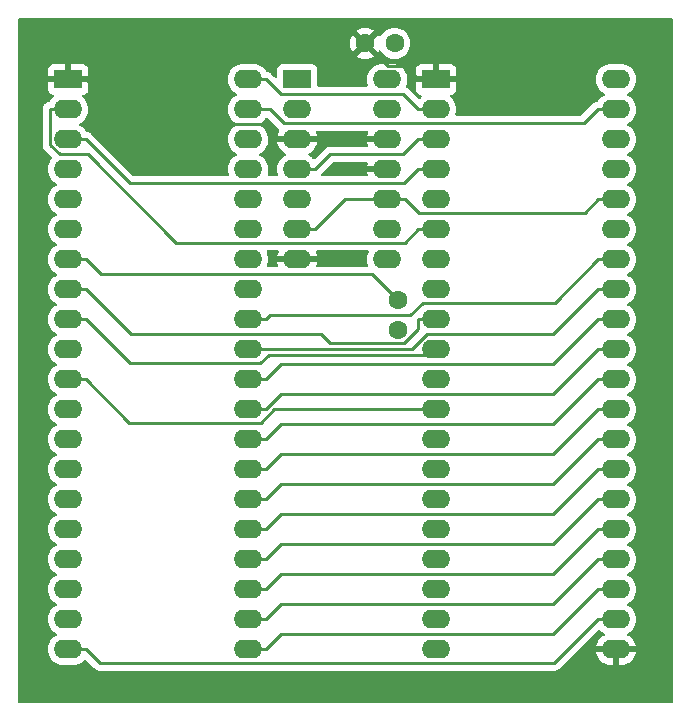
<source format=gbl>
G04 #@! TF.GenerationSoftware,KiCad,Pcbnew,(6.0.4-0)*
G04 #@! TF.CreationDate,2022-11-05T16:46:17+09:00*
G04 #@! TF.ProjectId,MC6800-SBC6809E,4d433638-3030-42d5-9342-433638303945,rev?*
G04 #@! TF.SameCoordinates,Original*
G04 #@! TF.FileFunction,Copper,L2,Bot*
G04 #@! TF.FilePolarity,Positive*
%FSLAX46Y46*%
G04 Gerber Fmt 4.6, Leading zero omitted, Abs format (unit mm)*
G04 Created by KiCad (PCBNEW (6.0.4-0)) date 2022-11-05 16:46:17*
%MOMM*%
%LPD*%
G01*
G04 APERTURE LIST*
G04 #@! TA.AperFunction,ComponentPad*
%ADD10R,2.400000X1.600000*%
G04 #@! TD*
G04 #@! TA.AperFunction,ComponentPad*
%ADD11O,2.400000X1.600000*%
G04 #@! TD*
G04 #@! TA.AperFunction,ComponentPad*
%ADD12C,1.600000*%
G04 #@! TD*
G04 #@! TA.AperFunction,Conductor*
%ADD13C,0.250000*%
G04 #@! TD*
G04 APERTURE END LIST*
D10*
X130645000Y-74175000D03*
D11*
X130645000Y-76715000D03*
X130645000Y-79255000D03*
X130645000Y-81795000D03*
X130645000Y-84335000D03*
X130645000Y-86875000D03*
X130645000Y-89415000D03*
X138265000Y-89415000D03*
X138265000Y-86875000D03*
X138265000Y-84335000D03*
X138265000Y-81795000D03*
X138265000Y-79255000D03*
X138265000Y-76715000D03*
X138265000Y-74175000D03*
D10*
X111245000Y-74175000D03*
D11*
X111245000Y-76715000D03*
X111245000Y-79255000D03*
X111245000Y-81795000D03*
X111245000Y-84335000D03*
X111245000Y-86875000D03*
X111245000Y-89415000D03*
X111245000Y-91955000D03*
X111245000Y-94495000D03*
X111245000Y-97035000D03*
X111245000Y-99575000D03*
X111245000Y-102115000D03*
X111245000Y-104655000D03*
X111245000Y-107195000D03*
X111245000Y-109735000D03*
X111245000Y-112275000D03*
X111245000Y-114815000D03*
X111245000Y-117355000D03*
X111245000Y-119895000D03*
X111245000Y-122435000D03*
X126485000Y-122435000D03*
X126485000Y-119895000D03*
X126485000Y-117355000D03*
X126485000Y-114815000D03*
X126485000Y-112275000D03*
X126485000Y-109735000D03*
X126485000Y-107195000D03*
X126485000Y-104655000D03*
X126485000Y-102115000D03*
X126485000Y-99575000D03*
X126485000Y-97035000D03*
X126485000Y-94495000D03*
X126485000Y-91955000D03*
X126485000Y-89415000D03*
X126485000Y-86875000D03*
X126485000Y-84335000D03*
X126485000Y-81795000D03*
X126485000Y-79255000D03*
X126485000Y-76715000D03*
X126485000Y-74175000D03*
D12*
X139145000Y-92875000D03*
X139145000Y-95375000D03*
X138895000Y-71125000D03*
X136395000Y-71125000D03*
D10*
X142395000Y-74175000D03*
D11*
X142395000Y-76715000D03*
X142395000Y-79255000D03*
X142395000Y-81795000D03*
X142395000Y-84335000D03*
X142395000Y-86875000D03*
X142395000Y-89415000D03*
X142395000Y-91955000D03*
X142395000Y-94495000D03*
X142395000Y-97035000D03*
X142395000Y-99575000D03*
X142395000Y-102115000D03*
X142395000Y-104655000D03*
X142395000Y-107195000D03*
X142395000Y-109735000D03*
X142395000Y-112275000D03*
X142395000Y-114815000D03*
X142395000Y-117355000D03*
X142395000Y-119895000D03*
X142395000Y-122435000D03*
X157635000Y-122435000D03*
X157635000Y-119895000D03*
X157635000Y-117355000D03*
X157635000Y-114815000D03*
X157635000Y-112275000D03*
X157635000Y-109735000D03*
X157635000Y-107195000D03*
X157635000Y-104655000D03*
X157635000Y-102115000D03*
X157635000Y-99575000D03*
X157635000Y-97035000D03*
X157635000Y-94495000D03*
X157635000Y-91955000D03*
X157635000Y-89415000D03*
X157635000Y-86875000D03*
X157635000Y-84335000D03*
X157635000Y-81795000D03*
X157635000Y-79255000D03*
X157635000Y-76715000D03*
X157635000Y-74175000D03*
D13*
X114040300Y-90685000D02*
X112770300Y-89415000D01*
X136955000Y-90685000D02*
X114040300Y-90685000D01*
X139145000Y-92875000D02*
X136955000Y-90685000D01*
X111245000Y-89415000D02*
X112770300Y-89415000D01*
X130645000Y-79255000D02*
X129119700Y-79255000D01*
X116580300Y-77985000D02*
X112770300Y-74175000D01*
X127849700Y-77985000D02*
X116580300Y-77985000D01*
X111245000Y-74175000D02*
X112770300Y-74175000D01*
X140869700Y-74175000D02*
X139744400Y-73049700D01*
X138265000Y-79255000D02*
X130645000Y-79255000D01*
X138319700Y-73049700D02*
X136395000Y-71125000D01*
X142395000Y-74175000D02*
X140869700Y-74175000D01*
X139744400Y-73049700D02*
X138319700Y-73049700D01*
X129119700Y-79255000D02*
X127849700Y-77985000D01*
X140869700Y-86875000D02*
X139738400Y-88006300D01*
X112910300Y-80525000D02*
X110523300Y-80525000D01*
X109719700Y-79721400D02*
X109719700Y-76715000D01*
X142395000Y-86875000D02*
X140869700Y-86875000D01*
X111245000Y-76715000D02*
X109719700Y-76715000D01*
X110523300Y-80525000D02*
X109719700Y-79721400D01*
X120391600Y-88006300D02*
X112910300Y-80525000D01*
X139738400Y-88006300D02*
X120391600Y-88006300D01*
X139679100Y-82985600D02*
X116500900Y-82985600D01*
X142395000Y-81795000D02*
X140869700Y-81795000D01*
X111245000Y-79255000D02*
X112770300Y-79255000D01*
X116500900Y-82985600D02*
X112770300Y-79255000D01*
X140869700Y-81795000D02*
X139679100Y-82985600D01*
X116580300Y-95765000D02*
X112770300Y-91955000D01*
X111245000Y-91955000D02*
X112770300Y-91955000D01*
X140869700Y-94495000D02*
X140869700Y-95309400D01*
X132655200Y-95765000D02*
X116580300Y-95765000D01*
X140869700Y-95309400D02*
X139668900Y-96510200D01*
X139668900Y-96510200D02*
X133400400Y-96510200D01*
X142395000Y-94495000D02*
X140869700Y-94495000D01*
X133400400Y-96510200D02*
X132655200Y-95765000D01*
X128241100Y-97485400D02*
X127524000Y-98202500D01*
X142395000Y-97035000D02*
X141944600Y-97485400D01*
X127524000Y-98202500D02*
X116477800Y-98202500D01*
X141944600Y-97485400D02*
X128241100Y-97485400D01*
X116477800Y-98202500D02*
X112770300Y-94495000D01*
X111245000Y-94495000D02*
X112770300Y-94495000D01*
X111245000Y-99575000D02*
X112770300Y-99575000D01*
X127557400Y-103242800D02*
X128685200Y-102115000D01*
X116438100Y-103242800D02*
X127557400Y-103242800D01*
X112770300Y-99575000D02*
X116438100Y-103242800D01*
X128685200Y-102115000D02*
X142395000Y-102115000D01*
X152410700Y-123594000D02*
X113929300Y-123594000D01*
X111245000Y-122435000D02*
X112770300Y-122435000D01*
X113929300Y-123594000D02*
X112770300Y-122435000D01*
X156109700Y-119895000D02*
X152410700Y-123594000D01*
X157635000Y-119895000D02*
X156109700Y-119895000D01*
X157635000Y-117355000D02*
X156109700Y-117355000D01*
X152299700Y-121165000D02*
X129280300Y-121165000D01*
X156109700Y-117355000D02*
X152299700Y-121165000D01*
X126485000Y-122435000D02*
X128010300Y-122435000D01*
X129280300Y-121165000D02*
X128010300Y-122435000D01*
X157635000Y-114815000D02*
X156109700Y-114815000D01*
X156109700Y-114815000D02*
X152299700Y-118625000D01*
X129280300Y-118625000D02*
X128010300Y-119895000D01*
X126485000Y-119895000D02*
X128010300Y-119895000D01*
X152299700Y-118625000D02*
X129280300Y-118625000D01*
X156109700Y-112275000D02*
X152299700Y-116085000D01*
X129280300Y-116085000D02*
X128010300Y-117355000D01*
X152299700Y-116085000D02*
X129280300Y-116085000D01*
X157635000Y-112275000D02*
X156109700Y-112275000D01*
X126485000Y-117355000D02*
X128010300Y-117355000D01*
X156109700Y-109735000D02*
X152299700Y-113545000D01*
X157635000Y-109735000D02*
X156109700Y-109735000D01*
X126485000Y-114815000D02*
X128010300Y-114815000D01*
X129280300Y-113545000D02*
X128010300Y-114815000D01*
X152299700Y-113545000D02*
X129280300Y-113545000D01*
X157635000Y-107195000D02*
X156109700Y-107195000D01*
X126485000Y-112275000D02*
X128010300Y-112275000D01*
X129280300Y-111005000D02*
X128010300Y-112275000D01*
X152299700Y-111005000D02*
X129280300Y-111005000D01*
X156109700Y-107195000D02*
X152299700Y-111005000D01*
X156109700Y-104655000D02*
X152299700Y-108465000D01*
X126485000Y-109735000D02*
X128010300Y-109735000D01*
X152299700Y-108465000D02*
X129280300Y-108465000D01*
X129280300Y-108465000D02*
X128010300Y-109735000D01*
X157635000Y-104655000D02*
X156109700Y-104655000D01*
X156109700Y-102115000D02*
X152299700Y-105925000D01*
X157635000Y-102115000D02*
X156109700Y-102115000D01*
X152299700Y-105925000D02*
X129280300Y-105925000D01*
X129280300Y-105925000D02*
X128010300Y-107195000D01*
X126485000Y-107195000D02*
X128010300Y-107195000D01*
X152299700Y-103385000D02*
X129280300Y-103385000D01*
X126485000Y-104655000D02*
X128010300Y-104655000D01*
X129280300Y-103385000D02*
X128010300Y-104655000D01*
X157635000Y-99575000D02*
X156109700Y-99575000D01*
X156109700Y-99575000D02*
X152299700Y-103385000D01*
X157635000Y-97035000D02*
X156109700Y-97035000D01*
X129280300Y-100845000D02*
X128010300Y-102115000D01*
X126485000Y-102115000D02*
X128010300Y-102115000D01*
X156109700Y-97035000D02*
X152299700Y-100845000D01*
X152299700Y-100845000D02*
X129280300Y-100845000D01*
X126485000Y-99575000D02*
X128010300Y-99575000D01*
X157635000Y-94495000D02*
X156109700Y-94495000D01*
X156109700Y-94495000D02*
X152299700Y-98305000D01*
X152299700Y-98305000D02*
X129280300Y-98305000D01*
X129280300Y-98305000D02*
X128010300Y-99575000D01*
X152299700Y-95765000D02*
X141645100Y-95765000D01*
X156109700Y-91955000D02*
X152299700Y-95765000D01*
X157635000Y-91955000D02*
X156109700Y-91955000D01*
X140375100Y-97035000D02*
X126485000Y-97035000D01*
X141645100Y-95765000D02*
X140375100Y-97035000D01*
X128380300Y-94125000D02*
X128010300Y-94495000D01*
X152444300Y-93080400D02*
X141269800Y-93080400D01*
X157635000Y-89415000D02*
X156109700Y-89415000D01*
X141269800Y-93080400D02*
X140225200Y-94125000D01*
X126485000Y-94495000D02*
X128010300Y-94495000D01*
X156109700Y-89415000D02*
X152444300Y-93080400D01*
X140225200Y-94125000D02*
X128380300Y-94125000D01*
X128300000Y-76715000D02*
X126485000Y-76715000D01*
X129491500Y-77906500D02*
X128300000Y-76715000D01*
X156109700Y-76715000D02*
X154918200Y-77906500D01*
X157635000Y-76715000D02*
X156109700Y-76715000D01*
X154918200Y-77906500D02*
X129491500Y-77906500D01*
X140869700Y-76715000D02*
X139565500Y-75410800D01*
X139565500Y-75410800D02*
X129246100Y-75410800D01*
X129246100Y-75410800D02*
X128010300Y-74175000D01*
X126485000Y-74175000D02*
X128010300Y-74175000D01*
X142395000Y-76715000D02*
X140869700Y-76715000D01*
X133440300Y-80525000D02*
X132170300Y-81795000D01*
X130645000Y-81795000D02*
X132170300Y-81795000D01*
X140869700Y-79255000D02*
X139599700Y-80525000D01*
X142395000Y-79255000D02*
X140869700Y-79255000D01*
X139599700Y-80525000D02*
X133440300Y-80525000D01*
X138265000Y-84335000D02*
X139790300Y-84335000D01*
X130645000Y-86875000D02*
X132170300Y-86875000D01*
X138265000Y-84335000D02*
X134710300Y-84335000D01*
X156109700Y-84335000D02*
X154972600Y-85472100D01*
X140927400Y-85472100D02*
X139790300Y-84335000D01*
X134710300Y-84335000D02*
X132170300Y-86875000D01*
X154972600Y-85472100D02*
X140927400Y-85472100D01*
X157635000Y-84335000D02*
X156109700Y-84335000D01*
G04 #@! TA.AperFunction,Conductor*
G36*
X162433621Y-69020002D02*
G01*
X162480114Y-69073658D01*
X162491500Y-69126000D01*
X162491500Y-126874000D01*
X162471498Y-126942121D01*
X162417842Y-126988614D01*
X162365500Y-127000000D01*
X107126000Y-127000000D01*
X107057879Y-126979998D01*
X107011386Y-126926342D01*
X107000000Y-126874000D01*
X107000000Y-76674906D01*
X109082425Y-76674906D01*
X109085292Y-76720475D01*
X109085951Y-76730951D01*
X109086200Y-76738862D01*
X109086200Y-79642633D01*
X109085673Y-79653816D01*
X109083998Y-79661309D01*
X109084247Y-79669235D01*
X109084247Y-79669236D01*
X109086138Y-79729386D01*
X109086200Y-79733345D01*
X109086200Y-79761256D01*
X109086697Y-79765190D01*
X109086697Y-79765191D01*
X109086705Y-79765256D01*
X109087638Y-79777093D01*
X109089027Y-79821289D01*
X109092610Y-79833621D01*
X109094678Y-79840739D01*
X109098687Y-79860100D01*
X109101226Y-79880197D01*
X109104145Y-79887568D01*
X109104145Y-79887570D01*
X109117504Y-79921312D01*
X109121349Y-79932542D01*
X109133682Y-79974993D01*
X109137715Y-79981812D01*
X109137717Y-79981817D01*
X109143993Y-79992428D01*
X109152688Y-80010176D01*
X109160148Y-80029017D01*
X109164810Y-80035433D01*
X109164810Y-80035434D01*
X109186136Y-80064787D01*
X109192652Y-80074707D01*
X109209311Y-80102875D01*
X109215158Y-80112762D01*
X109229479Y-80127083D01*
X109242319Y-80142116D01*
X109254228Y-80158507D01*
X109260333Y-80163558D01*
X109260338Y-80163563D01*
X109288298Y-80186694D01*
X109297076Y-80194682D01*
X109856853Y-80754459D01*
X109890879Y-80816771D01*
X109885814Y-80887586D01*
X109856853Y-80932649D01*
X109838802Y-80950700D01*
X109707477Y-81138251D01*
X109705154Y-81143233D01*
X109705151Y-81143238D01*
X109623836Y-81317620D01*
X109610716Y-81345757D01*
X109609294Y-81351065D01*
X109609293Y-81351067D01*
X109559972Y-81535135D01*
X109551457Y-81566913D01*
X109531502Y-81795000D01*
X109551457Y-82023087D01*
X109552881Y-82028400D01*
X109552881Y-82028402D01*
X109604710Y-82221827D01*
X109610716Y-82244243D01*
X109613039Y-82249224D01*
X109613039Y-82249225D01*
X109705151Y-82446762D01*
X109705154Y-82446767D01*
X109707477Y-82451749D01*
X109710634Y-82456257D01*
X109811004Y-82599600D01*
X109838802Y-82639300D01*
X110000700Y-82801198D01*
X110005208Y-82804355D01*
X110005211Y-82804357D01*
X110083389Y-82859098D01*
X110188251Y-82932523D01*
X110193233Y-82934846D01*
X110193238Y-82934849D01*
X110227457Y-82950805D01*
X110280742Y-82997722D01*
X110300203Y-83065999D01*
X110279661Y-83133959D01*
X110227457Y-83179195D01*
X110193238Y-83195151D01*
X110193233Y-83195154D01*
X110188251Y-83197477D01*
X110083389Y-83270902D01*
X110005211Y-83325643D01*
X110005208Y-83325645D01*
X110000700Y-83328802D01*
X109838802Y-83490700D01*
X109835645Y-83495208D01*
X109835643Y-83495211D01*
X109818870Y-83519166D01*
X109707477Y-83678251D01*
X109705154Y-83683233D01*
X109705151Y-83683238D01*
X109623256Y-83858865D01*
X109610716Y-83885757D01*
X109609294Y-83891065D01*
X109609293Y-83891067D01*
X109552881Y-84101598D01*
X109551457Y-84106913D01*
X109531502Y-84335000D01*
X109551457Y-84563087D01*
X109610716Y-84784243D01*
X109613039Y-84789224D01*
X109613039Y-84789225D01*
X109705151Y-84986762D01*
X109705154Y-84986767D01*
X109707477Y-84991749D01*
X109780902Y-85096611D01*
X109811004Y-85139600D01*
X109838802Y-85179300D01*
X110000700Y-85341198D01*
X110005208Y-85344355D01*
X110005211Y-85344357D01*
X110083389Y-85399098D01*
X110188251Y-85472523D01*
X110193233Y-85474846D01*
X110193238Y-85474849D01*
X110227457Y-85490805D01*
X110280742Y-85537722D01*
X110300203Y-85605999D01*
X110279661Y-85673959D01*
X110227457Y-85719195D01*
X110193238Y-85735151D01*
X110193233Y-85735154D01*
X110188251Y-85737477D01*
X110083389Y-85810902D01*
X110005211Y-85865643D01*
X110005208Y-85865645D01*
X110000700Y-85868802D01*
X109838802Y-86030700D01*
X109835645Y-86035208D01*
X109835643Y-86035211D01*
X109796878Y-86090574D01*
X109707477Y-86218251D01*
X109705154Y-86223233D01*
X109705151Y-86223238D01*
X109623836Y-86397620D01*
X109610716Y-86425757D01*
X109609294Y-86431064D01*
X109609293Y-86431067D01*
X109603581Y-86452384D01*
X109551457Y-86646913D01*
X109531502Y-86875000D01*
X109551457Y-87103087D01*
X109552880Y-87108399D01*
X109552881Y-87108402D01*
X109604710Y-87301827D01*
X109610716Y-87324243D01*
X109613039Y-87329224D01*
X109613039Y-87329225D01*
X109705151Y-87526762D01*
X109705154Y-87526767D01*
X109707477Y-87531749D01*
X109838802Y-87719300D01*
X110000700Y-87881198D01*
X110005208Y-87884355D01*
X110005211Y-87884357D01*
X110083389Y-87939098D01*
X110188251Y-88012523D01*
X110193233Y-88014846D01*
X110193238Y-88014849D01*
X110227457Y-88030805D01*
X110280742Y-88077722D01*
X110300203Y-88145999D01*
X110279661Y-88213959D01*
X110227457Y-88259195D01*
X110193238Y-88275151D01*
X110193233Y-88275154D01*
X110188251Y-88277477D01*
X110083389Y-88350902D01*
X110005211Y-88405643D01*
X110005208Y-88405645D01*
X110000700Y-88408802D01*
X109838802Y-88570700D01*
X109835645Y-88575208D01*
X109835643Y-88575211D01*
X109786644Y-88645189D01*
X109707477Y-88758251D01*
X109705154Y-88763233D01*
X109705151Y-88763238D01*
X109613039Y-88960775D01*
X109610716Y-88965757D01*
X109551457Y-89186913D01*
X109531502Y-89415000D01*
X109551457Y-89643087D01*
X109610716Y-89864243D01*
X109613039Y-89869224D01*
X109613039Y-89869225D01*
X109705151Y-90066762D01*
X109705154Y-90066767D01*
X109707477Y-90071749D01*
X109710634Y-90076257D01*
X109811004Y-90219600D01*
X109838802Y-90259300D01*
X110000700Y-90421198D01*
X110005208Y-90424355D01*
X110005211Y-90424357D01*
X110083389Y-90479098D01*
X110188251Y-90552523D01*
X110193233Y-90554846D01*
X110193238Y-90554849D01*
X110227457Y-90570805D01*
X110280742Y-90617722D01*
X110300203Y-90685999D01*
X110279661Y-90753959D01*
X110227457Y-90799195D01*
X110193238Y-90815151D01*
X110193233Y-90815154D01*
X110188251Y-90817477D01*
X110104268Y-90876283D01*
X110005211Y-90945643D01*
X110005208Y-90945645D01*
X110000700Y-90948802D01*
X109838802Y-91110700D01*
X109835645Y-91115208D01*
X109835643Y-91115211D01*
X109801792Y-91163556D01*
X109707477Y-91298251D01*
X109705154Y-91303233D01*
X109705151Y-91303238D01*
X109624409Y-91476392D01*
X109610716Y-91505757D01*
X109609294Y-91511065D01*
X109609293Y-91511067D01*
X109573931Y-91643039D01*
X109551457Y-91726913D01*
X109531502Y-91955000D01*
X109551457Y-92183087D01*
X109552881Y-92188400D01*
X109552881Y-92188402D01*
X109562216Y-92223238D01*
X109610716Y-92404243D01*
X109613039Y-92409224D01*
X109613039Y-92409225D01*
X109705151Y-92606762D01*
X109705154Y-92606767D01*
X109707477Y-92611749D01*
X109738891Y-92656612D01*
X109811004Y-92759600D01*
X109838802Y-92799300D01*
X110000700Y-92961198D01*
X110005208Y-92964355D01*
X110005211Y-92964357D01*
X110066653Y-93007379D01*
X110188251Y-93092523D01*
X110193233Y-93094846D01*
X110193238Y-93094849D01*
X110227457Y-93110805D01*
X110280742Y-93157722D01*
X110300203Y-93225999D01*
X110279661Y-93293959D01*
X110227457Y-93339195D01*
X110193238Y-93355151D01*
X110193233Y-93355154D01*
X110188251Y-93357477D01*
X110137151Y-93393258D01*
X110005211Y-93485643D01*
X110005208Y-93485645D01*
X110000700Y-93488802D01*
X109838802Y-93650700D01*
X109835645Y-93655208D01*
X109835643Y-93655211D01*
X109830621Y-93662383D01*
X109707477Y-93838251D01*
X109705154Y-93843233D01*
X109705151Y-93843238D01*
X109624409Y-94016392D01*
X109610716Y-94045757D01*
X109609294Y-94051065D01*
X109609293Y-94051067D01*
X109603581Y-94072384D01*
X109551457Y-94266913D01*
X109531502Y-94495000D01*
X109551457Y-94723087D01*
X109552881Y-94728400D01*
X109552881Y-94728402D01*
X109606254Y-94927589D01*
X109610716Y-94944243D01*
X109613039Y-94949224D01*
X109613039Y-94949225D01*
X109705151Y-95146762D01*
X109705154Y-95146767D01*
X109707477Y-95151749D01*
X109760729Y-95227801D01*
X109811004Y-95299600D01*
X109838802Y-95339300D01*
X110000700Y-95501198D01*
X110005208Y-95504355D01*
X110005211Y-95504357D01*
X110083389Y-95559098D01*
X110188251Y-95632523D01*
X110193233Y-95634846D01*
X110193238Y-95634849D01*
X110227457Y-95650805D01*
X110280742Y-95697722D01*
X110300203Y-95765999D01*
X110279661Y-95833959D01*
X110227457Y-95879195D01*
X110193238Y-95895151D01*
X110193233Y-95895154D01*
X110188251Y-95897477D01*
X110083389Y-95970902D01*
X110005211Y-96025643D01*
X110005208Y-96025645D01*
X110000700Y-96028802D01*
X109838802Y-96190700D01*
X109835645Y-96195208D01*
X109835643Y-96195211D01*
X109799204Y-96247251D01*
X109707477Y-96378251D01*
X109705154Y-96383233D01*
X109705151Y-96383238D01*
X109623836Y-96557620D01*
X109610716Y-96585757D01*
X109609294Y-96591065D01*
X109609293Y-96591067D01*
X109603581Y-96612384D01*
X109551457Y-96806913D01*
X109531502Y-97035000D01*
X109551457Y-97263087D01*
X109610716Y-97484243D01*
X109613039Y-97489224D01*
X109613039Y-97489225D01*
X109705151Y-97686762D01*
X109705154Y-97686767D01*
X109707477Y-97691749D01*
X109710634Y-97696257D01*
X109811004Y-97839600D01*
X109838802Y-97879300D01*
X110000700Y-98041198D01*
X110005208Y-98044355D01*
X110005211Y-98044357D01*
X110083389Y-98099098D01*
X110188251Y-98172523D01*
X110193233Y-98174846D01*
X110193238Y-98174849D01*
X110227457Y-98190805D01*
X110280742Y-98237722D01*
X110300203Y-98305999D01*
X110279661Y-98373959D01*
X110227457Y-98419195D01*
X110193238Y-98435151D01*
X110193233Y-98435154D01*
X110188251Y-98437477D01*
X110083389Y-98510902D01*
X110005211Y-98565643D01*
X110005208Y-98565645D01*
X110000700Y-98568802D01*
X109838802Y-98730700D01*
X109835645Y-98735208D01*
X109835643Y-98735211D01*
X109807691Y-98775131D01*
X109707477Y-98918251D01*
X109705154Y-98923233D01*
X109705151Y-98923238D01*
X109624409Y-99096392D01*
X109610716Y-99125757D01*
X109609294Y-99131065D01*
X109609293Y-99131067D01*
X109603581Y-99152384D01*
X109551457Y-99346913D01*
X109531502Y-99575000D01*
X109551457Y-99803087D01*
X109552881Y-99808400D01*
X109552881Y-99808402D01*
X109605934Y-100006395D01*
X109610716Y-100024243D01*
X109613039Y-100029224D01*
X109613039Y-100029225D01*
X109705151Y-100226762D01*
X109705154Y-100226767D01*
X109707477Y-100231749D01*
X109743033Y-100282528D01*
X109811004Y-100379600D01*
X109838802Y-100419300D01*
X110000700Y-100581198D01*
X110005208Y-100584355D01*
X110005211Y-100584357D01*
X110083389Y-100639098D01*
X110188251Y-100712523D01*
X110193233Y-100714846D01*
X110193238Y-100714849D01*
X110227457Y-100730805D01*
X110280742Y-100777722D01*
X110300203Y-100845999D01*
X110279661Y-100913959D01*
X110227457Y-100959195D01*
X110193238Y-100975151D01*
X110193233Y-100975154D01*
X110188251Y-100977477D01*
X110083389Y-101050902D01*
X110005211Y-101105643D01*
X110005208Y-101105645D01*
X110000700Y-101108802D01*
X109838802Y-101270700D01*
X109707477Y-101458251D01*
X109705154Y-101463233D01*
X109705151Y-101463238D01*
X109623836Y-101637620D01*
X109610716Y-101665757D01*
X109609294Y-101671065D01*
X109609293Y-101671067D01*
X109603581Y-101692384D01*
X109551457Y-101886913D01*
X109531502Y-102115000D01*
X109551457Y-102343087D01*
X109610716Y-102564243D01*
X109613039Y-102569224D01*
X109613039Y-102569225D01*
X109705151Y-102766762D01*
X109705154Y-102766767D01*
X109707477Y-102771749D01*
X109745078Y-102825448D01*
X109811004Y-102919600D01*
X109838802Y-102959300D01*
X110000700Y-103121198D01*
X110005208Y-103124355D01*
X110005211Y-103124357D01*
X110083389Y-103179098D01*
X110188251Y-103252523D01*
X110193233Y-103254846D01*
X110193238Y-103254849D01*
X110227457Y-103270805D01*
X110280742Y-103317722D01*
X110300203Y-103385999D01*
X110279661Y-103453959D01*
X110227457Y-103499195D01*
X110193238Y-103515151D01*
X110193233Y-103515154D01*
X110188251Y-103517477D01*
X110083389Y-103590902D01*
X110005211Y-103645643D01*
X110005208Y-103645645D01*
X110000700Y-103648802D01*
X109838802Y-103810700D01*
X109835645Y-103815208D01*
X109835643Y-103815211D01*
X109790086Y-103880274D01*
X109707477Y-103998251D01*
X109705154Y-104003233D01*
X109705151Y-104003238D01*
X109623836Y-104177620D01*
X109610716Y-104205757D01*
X109609294Y-104211065D01*
X109609293Y-104211067D01*
X109603581Y-104232384D01*
X109551457Y-104426913D01*
X109531502Y-104655000D01*
X109551457Y-104883087D01*
X109552881Y-104888400D01*
X109552881Y-104888402D01*
X109605934Y-105086395D01*
X109610716Y-105104243D01*
X109613039Y-105109224D01*
X109613039Y-105109225D01*
X109705151Y-105306762D01*
X109705154Y-105306767D01*
X109707477Y-105311749D01*
X109743033Y-105362528D01*
X109811004Y-105459600D01*
X109838802Y-105499300D01*
X110000700Y-105661198D01*
X110005208Y-105664355D01*
X110005211Y-105664357D01*
X110083389Y-105719098D01*
X110188251Y-105792523D01*
X110193233Y-105794846D01*
X110193238Y-105794849D01*
X110227457Y-105810805D01*
X110280742Y-105857722D01*
X110300203Y-105925999D01*
X110279661Y-105993959D01*
X110227457Y-106039195D01*
X110193238Y-106055151D01*
X110193233Y-106055154D01*
X110188251Y-106057477D01*
X110083389Y-106130902D01*
X110005211Y-106185643D01*
X110005208Y-106185645D01*
X110000700Y-106188802D01*
X109838802Y-106350700D01*
X109707477Y-106538251D01*
X109705154Y-106543233D01*
X109705151Y-106543238D01*
X109623836Y-106717620D01*
X109610716Y-106745757D01*
X109609294Y-106751065D01*
X109609293Y-106751067D01*
X109603581Y-106772384D01*
X109551457Y-106966913D01*
X109531502Y-107195000D01*
X109551457Y-107423087D01*
X109552881Y-107428400D01*
X109552881Y-107428402D01*
X109605934Y-107626395D01*
X109610716Y-107644243D01*
X109613039Y-107649224D01*
X109613039Y-107649225D01*
X109705151Y-107846762D01*
X109705154Y-107846767D01*
X109707477Y-107851749D01*
X109743033Y-107902528D01*
X109811004Y-107999600D01*
X109838802Y-108039300D01*
X110000700Y-108201198D01*
X110005208Y-108204355D01*
X110005211Y-108204357D01*
X110083389Y-108259098D01*
X110188251Y-108332523D01*
X110193233Y-108334846D01*
X110193238Y-108334849D01*
X110227457Y-108350805D01*
X110280742Y-108397722D01*
X110300203Y-108465999D01*
X110279661Y-108533959D01*
X110227457Y-108579195D01*
X110193238Y-108595151D01*
X110193233Y-108595154D01*
X110188251Y-108597477D01*
X110083389Y-108670902D01*
X110005211Y-108725643D01*
X110005208Y-108725645D01*
X110000700Y-108728802D01*
X109838802Y-108890700D01*
X109707477Y-109078251D01*
X109705154Y-109083233D01*
X109705151Y-109083238D01*
X109623836Y-109257620D01*
X109610716Y-109285757D01*
X109609294Y-109291065D01*
X109609293Y-109291067D01*
X109603581Y-109312384D01*
X109551457Y-109506913D01*
X109531502Y-109735000D01*
X109551457Y-109963087D01*
X109552881Y-109968400D01*
X109552881Y-109968402D01*
X109605934Y-110166395D01*
X109610716Y-110184243D01*
X109613039Y-110189224D01*
X109613039Y-110189225D01*
X109705151Y-110386762D01*
X109705154Y-110386767D01*
X109707477Y-110391749D01*
X109743033Y-110442528D01*
X109811004Y-110539600D01*
X109838802Y-110579300D01*
X110000700Y-110741198D01*
X110005208Y-110744355D01*
X110005211Y-110744357D01*
X110083389Y-110799098D01*
X110188251Y-110872523D01*
X110193233Y-110874846D01*
X110193238Y-110874849D01*
X110227457Y-110890805D01*
X110280742Y-110937722D01*
X110300203Y-111005999D01*
X110279661Y-111073959D01*
X110227457Y-111119195D01*
X110193238Y-111135151D01*
X110193233Y-111135154D01*
X110188251Y-111137477D01*
X110083389Y-111210902D01*
X110005211Y-111265643D01*
X110005208Y-111265645D01*
X110000700Y-111268802D01*
X109838802Y-111430700D01*
X109707477Y-111618251D01*
X109705154Y-111623233D01*
X109705151Y-111623238D01*
X109623836Y-111797620D01*
X109610716Y-111825757D01*
X109609294Y-111831065D01*
X109609293Y-111831067D01*
X109603581Y-111852384D01*
X109551457Y-112046913D01*
X109531502Y-112275000D01*
X109551457Y-112503087D01*
X109552881Y-112508400D01*
X109552881Y-112508402D01*
X109605934Y-112706395D01*
X109610716Y-112724243D01*
X109613039Y-112729224D01*
X109613039Y-112729225D01*
X109705151Y-112926762D01*
X109705154Y-112926767D01*
X109707477Y-112931749D01*
X109743033Y-112982528D01*
X109811004Y-113079600D01*
X109838802Y-113119300D01*
X110000700Y-113281198D01*
X110005208Y-113284355D01*
X110005211Y-113284357D01*
X110083389Y-113339098D01*
X110188251Y-113412523D01*
X110193233Y-113414846D01*
X110193238Y-113414849D01*
X110227457Y-113430805D01*
X110280742Y-113477722D01*
X110300203Y-113545999D01*
X110279661Y-113613959D01*
X110227457Y-113659195D01*
X110193238Y-113675151D01*
X110193233Y-113675154D01*
X110188251Y-113677477D01*
X110083389Y-113750902D01*
X110005211Y-113805643D01*
X110005208Y-113805645D01*
X110000700Y-113808802D01*
X109838802Y-113970700D01*
X109707477Y-114158251D01*
X109705154Y-114163233D01*
X109705151Y-114163238D01*
X109623836Y-114337620D01*
X109610716Y-114365757D01*
X109609294Y-114371065D01*
X109609293Y-114371067D01*
X109603581Y-114392384D01*
X109551457Y-114586913D01*
X109531502Y-114815000D01*
X109551457Y-115043087D01*
X109552881Y-115048400D01*
X109552881Y-115048402D01*
X109605934Y-115246395D01*
X109610716Y-115264243D01*
X109613039Y-115269224D01*
X109613039Y-115269225D01*
X109705151Y-115466762D01*
X109705154Y-115466767D01*
X109707477Y-115471749D01*
X109743033Y-115522528D01*
X109811004Y-115619600D01*
X109838802Y-115659300D01*
X110000700Y-115821198D01*
X110005208Y-115824355D01*
X110005211Y-115824357D01*
X110083389Y-115879098D01*
X110188251Y-115952523D01*
X110193233Y-115954846D01*
X110193238Y-115954849D01*
X110227457Y-115970805D01*
X110280742Y-116017722D01*
X110300203Y-116085999D01*
X110279661Y-116153959D01*
X110227457Y-116199195D01*
X110193238Y-116215151D01*
X110193233Y-116215154D01*
X110188251Y-116217477D01*
X110083389Y-116290902D01*
X110005211Y-116345643D01*
X110005208Y-116345645D01*
X110000700Y-116348802D01*
X109838802Y-116510700D01*
X109707477Y-116698251D01*
X109705154Y-116703233D01*
X109705151Y-116703238D01*
X109623836Y-116877620D01*
X109610716Y-116905757D01*
X109609294Y-116911065D01*
X109609293Y-116911067D01*
X109603581Y-116932384D01*
X109551457Y-117126913D01*
X109531502Y-117355000D01*
X109551457Y-117583087D01*
X109552881Y-117588400D01*
X109552881Y-117588402D01*
X109605934Y-117786395D01*
X109610716Y-117804243D01*
X109613039Y-117809224D01*
X109613039Y-117809225D01*
X109705151Y-118006762D01*
X109705154Y-118006767D01*
X109707477Y-118011749D01*
X109743033Y-118062528D01*
X109811004Y-118159600D01*
X109838802Y-118199300D01*
X110000700Y-118361198D01*
X110005208Y-118364355D01*
X110005211Y-118364357D01*
X110083389Y-118419098D01*
X110188251Y-118492523D01*
X110193233Y-118494846D01*
X110193238Y-118494849D01*
X110227457Y-118510805D01*
X110280742Y-118557722D01*
X110300203Y-118625999D01*
X110279661Y-118693959D01*
X110227457Y-118739195D01*
X110193238Y-118755151D01*
X110193233Y-118755154D01*
X110188251Y-118757477D01*
X110083389Y-118830902D01*
X110005211Y-118885643D01*
X110005208Y-118885645D01*
X110000700Y-118888802D01*
X109838802Y-119050700D01*
X109707477Y-119238251D01*
X109705154Y-119243233D01*
X109705151Y-119243238D01*
X109623836Y-119417620D01*
X109610716Y-119445757D01*
X109609294Y-119451065D01*
X109609293Y-119451067D01*
X109603581Y-119472384D01*
X109551457Y-119666913D01*
X109531502Y-119895000D01*
X109551457Y-120123087D01*
X109552881Y-120128400D01*
X109552881Y-120128402D01*
X109605934Y-120326395D01*
X109610716Y-120344243D01*
X109613039Y-120349224D01*
X109613039Y-120349225D01*
X109705151Y-120546762D01*
X109705154Y-120546767D01*
X109707477Y-120551749D01*
X109838802Y-120739300D01*
X110000700Y-120901198D01*
X110005208Y-120904355D01*
X110005211Y-120904357D01*
X110083389Y-120959098D01*
X110188251Y-121032523D01*
X110193233Y-121034846D01*
X110193238Y-121034849D01*
X110227457Y-121050805D01*
X110280742Y-121097722D01*
X110300203Y-121165999D01*
X110279661Y-121233959D01*
X110227457Y-121279195D01*
X110193238Y-121295151D01*
X110193233Y-121295154D01*
X110188251Y-121297477D01*
X110083389Y-121370902D01*
X110005211Y-121425643D01*
X110005208Y-121425645D01*
X110000700Y-121428802D01*
X109838802Y-121590700D01*
X109707477Y-121778251D01*
X109705154Y-121783233D01*
X109705151Y-121783238D01*
X109624409Y-121956392D01*
X109610716Y-121985757D01*
X109551457Y-122206913D01*
X109531502Y-122435000D01*
X109551457Y-122663087D01*
X109552881Y-122668400D01*
X109552881Y-122668402D01*
X109604710Y-122861827D01*
X109610716Y-122884243D01*
X109613039Y-122889224D01*
X109613039Y-122889225D01*
X109705151Y-123086762D01*
X109705154Y-123086767D01*
X109707477Y-123091749D01*
X109710634Y-123096257D01*
X109811004Y-123239600D01*
X109838802Y-123279300D01*
X110000700Y-123441198D01*
X110005208Y-123444355D01*
X110005211Y-123444357D01*
X110083389Y-123499098D01*
X110188251Y-123572523D01*
X110193233Y-123574846D01*
X110193238Y-123574849D01*
X110389765Y-123666490D01*
X110395757Y-123669284D01*
X110401065Y-123670706D01*
X110401067Y-123670707D01*
X110611598Y-123727119D01*
X110611600Y-123727119D01*
X110616913Y-123728543D01*
X110715120Y-123737135D01*
X110785149Y-123743262D01*
X110785156Y-123743262D01*
X110787873Y-123743500D01*
X111702127Y-123743500D01*
X111704844Y-123743262D01*
X111704851Y-123743262D01*
X111774880Y-123737135D01*
X111873087Y-123728543D01*
X111878400Y-123727119D01*
X111878402Y-123727119D01*
X112088933Y-123670707D01*
X112088935Y-123670706D01*
X112094243Y-123669284D01*
X112100235Y-123666490D01*
X112296762Y-123574849D01*
X112296767Y-123574846D01*
X112301749Y-123572523D01*
X112406611Y-123499098D01*
X112484789Y-123444357D01*
X112484792Y-123444355D01*
X112489300Y-123441198D01*
X112595852Y-123334646D01*
X112658164Y-123300620D01*
X112728979Y-123305685D01*
X112774042Y-123334646D01*
X113425643Y-123986247D01*
X113433187Y-123994537D01*
X113437300Y-124001018D01*
X113443077Y-124006443D01*
X113486967Y-124047658D01*
X113489809Y-124050413D01*
X113509531Y-124070135D01*
X113512655Y-124072558D01*
X113512659Y-124072562D01*
X113512724Y-124072612D01*
X113521745Y-124080317D01*
X113553979Y-124110586D01*
X113560927Y-124114405D01*
X113560929Y-124114407D01*
X113571732Y-124120346D01*
X113588259Y-124131202D01*
X113597998Y-124138757D01*
X113598000Y-124138758D01*
X113604260Y-124143614D01*
X113644840Y-124161174D01*
X113655488Y-124166391D01*
X113680276Y-124180018D01*
X113694240Y-124187695D01*
X113701916Y-124189666D01*
X113701919Y-124189667D01*
X113713862Y-124192733D01*
X113732567Y-124199137D01*
X113751155Y-124207181D01*
X113758978Y-124208420D01*
X113758988Y-124208423D01*
X113794824Y-124214099D01*
X113806444Y-124216505D01*
X113838259Y-124224673D01*
X113849270Y-124227500D01*
X113869524Y-124227500D01*
X113889234Y-124229051D01*
X113909243Y-124232220D01*
X113917135Y-124231474D01*
X113935880Y-124229702D01*
X113953262Y-124228059D01*
X113965119Y-124227500D01*
X152331933Y-124227500D01*
X152343116Y-124228027D01*
X152350609Y-124229702D01*
X152358535Y-124229453D01*
X152358536Y-124229453D01*
X152418686Y-124227562D01*
X152422645Y-124227500D01*
X152450556Y-124227500D01*
X152454491Y-124227003D01*
X152454556Y-124226995D01*
X152466393Y-124226062D01*
X152498651Y-124225048D01*
X152502670Y-124224922D01*
X152510589Y-124224673D01*
X152530043Y-124219021D01*
X152549400Y-124215013D01*
X152561630Y-124213468D01*
X152561631Y-124213468D01*
X152569497Y-124212474D01*
X152576868Y-124209555D01*
X152576870Y-124209555D01*
X152610612Y-124196196D01*
X152621842Y-124192351D01*
X152656683Y-124182229D01*
X152656684Y-124182229D01*
X152664293Y-124180018D01*
X152671112Y-124175985D01*
X152671117Y-124175983D01*
X152681728Y-124169707D01*
X152699476Y-124161012D01*
X152718317Y-124153552D01*
X152754087Y-124127564D01*
X152764007Y-124121048D01*
X152795235Y-124102580D01*
X152795238Y-124102578D01*
X152802062Y-124098542D01*
X152816383Y-124084221D01*
X152831417Y-124071380D01*
X152833131Y-124070135D01*
X152847807Y-124059472D01*
X152875998Y-124025395D01*
X152883988Y-124016616D01*
X154199082Y-122701522D01*
X155952273Y-122701522D01*
X155999764Y-122878761D01*
X156003510Y-122889053D01*
X156095586Y-123086511D01*
X156101069Y-123096007D01*
X156226028Y-123274467D01*
X156233084Y-123282875D01*
X156387125Y-123436916D01*
X156395533Y-123443972D01*
X156573993Y-123568931D01*
X156583489Y-123574414D01*
X156780947Y-123666490D01*
X156791239Y-123670236D01*
X157001688Y-123726625D01*
X157012481Y-123728528D01*
X157175170Y-123742762D01*
X157180635Y-123743000D01*
X157362885Y-123743000D01*
X157378124Y-123738525D01*
X157379329Y-123737135D01*
X157381000Y-123729452D01*
X157381000Y-123724885D01*
X157889000Y-123724885D01*
X157893475Y-123740124D01*
X157894865Y-123741329D01*
X157902548Y-123743000D01*
X158089365Y-123743000D01*
X158094830Y-123742762D01*
X158257519Y-123728528D01*
X158268312Y-123726625D01*
X158478761Y-123670236D01*
X158489053Y-123666490D01*
X158686511Y-123574414D01*
X158696007Y-123568931D01*
X158874467Y-123443972D01*
X158882875Y-123436916D01*
X159036916Y-123282875D01*
X159043972Y-123274467D01*
X159168931Y-123096007D01*
X159174414Y-123086511D01*
X159266490Y-122889053D01*
X159270236Y-122878761D01*
X159316394Y-122706497D01*
X159316058Y-122692401D01*
X159308116Y-122689000D01*
X157907115Y-122689000D01*
X157891876Y-122693475D01*
X157890671Y-122694865D01*
X157889000Y-122702548D01*
X157889000Y-123724885D01*
X157381000Y-123724885D01*
X157381000Y-122707115D01*
X157376525Y-122691876D01*
X157375135Y-122690671D01*
X157367452Y-122689000D01*
X155967033Y-122689000D01*
X155953502Y-122692973D01*
X155952273Y-122701522D01*
X154199082Y-122701522D01*
X154471079Y-122429525D01*
X156105960Y-120794645D01*
X156168270Y-120760620D01*
X156239085Y-120765685D01*
X156284148Y-120794646D01*
X156390700Y-120901198D01*
X156395208Y-120904355D01*
X156395211Y-120904357D01*
X156473389Y-120959098D01*
X156578251Y-121032523D01*
X156583233Y-121034846D01*
X156583238Y-121034849D01*
X156618049Y-121051081D01*
X156671334Y-121097998D01*
X156690795Y-121166275D01*
X156670253Y-121234235D01*
X156618049Y-121279471D01*
X156583489Y-121295586D01*
X156573993Y-121301069D01*
X156395533Y-121426028D01*
X156387125Y-121433084D01*
X156233084Y-121587125D01*
X156226028Y-121595533D01*
X156101069Y-121773993D01*
X156095586Y-121783489D01*
X156003510Y-121980947D01*
X155999764Y-121991239D01*
X155953606Y-122163503D01*
X155953942Y-122177599D01*
X155961884Y-122181000D01*
X159302967Y-122181000D01*
X159316498Y-122177027D01*
X159317727Y-122168478D01*
X159270236Y-121991239D01*
X159266490Y-121980947D01*
X159174414Y-121783489D01*
X159168931Y-121773993D01*
X159043972Y-121595533D01*
X159036916Y-121587125D01*
X158882875Y-121433084D01*
X158874467Y-121426028D01*
X158696007Y-121301069D01*
X158686511Y-121295586D01*
X158651951Y-121279471D01*
X158598666Y-121232554D01*
X158579205Y-121164277D01*
X158599747Y-121096317D01*
X158651951Y-121051081D01*
X158686762Y-121034849D01*
X158686767Y-121034846D01*
X158691749Y-121032523D01*
X158796611Y-120959098D01*
X158874789Y-120904357D01*
X158874792Y-120904355D01*
X158879300Y-120901198D01*
X159041198Y-120739300D01*
X159172523Y-120551749D01*
X159174846Y-120546767D01*
X159174849Y-120546762D01*
X159266961Y-120349225D01*
X159266961Y-120349224D01*
X159269284Y-120344243D01*
X159274067Y-120326395D01*
X159327119Y-120128402D01*
X159327119Y-120128400D01*
X159328543Y-120123087D01*
X159348498Y-119895000D01*
X159328543Y-119666913D01*
X159276419Y-119472384D01*
X159270707Y-119451067D01*
X159270706Y-119451065D01*
X159269284Y-119445757D01*
X159256164Y-119417620D01*
X159174849Y-119243238D01*
X159174846Y-119243233D01*
X159172523Y-119238251D01*
X159041198Y-119050700D01*
X158879300Y-118888802D01*
X158874792Y-118885645D01*
X158874789Y-118885643D01*
X158796611Y-118830902D01*
X158691749Y-118757477D01*
X158686767Y-118755154D01*
X158686762Y-118755151D01*
X158652543Y-118739195D01*
X158599258Y-118692278D01*
X158579797Y-118624001D01*
X158600339Y-118556041D01*
X158652543Y-118510805D01*
X158686762Y-118494849D01*
X158686767Y-118494846D01*
X158691749Y-118492523D01*
X158796611Y-118419098D01*
X158874789Y-118364357D01*
X158874792Y-118364355D01*
X158879300Y-118361198D01*
X159041198Y-118199300D01*
X159068997Y-118159600D01*
X159136967Y-118062528D01*
X159172523Y-118011749D01*
X159174846Y-118006767D01*
X159174849Y-118006762D01*
X159266961Y-117809225D01*
X159266961Y-117809224D01*
X159269284Y-117804243D01*
X159274067Y-117786395D01*
X159327119Y-117588402D01*
X159327119Y-117588400D01*
X159328543Y-117583087D01*
X159348498Y-117355000D01*
X159328543Y-117126913D01*
X159276419Y-116932384D01*
X159270707Y-116911067D01*
X159270706Y-116911065D01*
X159269284Y-116905757D01*
X159256164Y-116877620D01*
X159174849Y-116703238D01*
X159174846Y-116703233D01*
X159172523Y-116698251D01*
X159041198Y-116510700D01*
X158879300Y-116348802D01*
X158874792Y-116345645D01*
X158874789Y-116345643D01*
X158796611Y-116290902D01*
X158691749Y-116217477D01*
X158686767Y-116215154D01*
X158686762Y-116215151D01*
X158652543Y-116199195D01*
X158599258Y-116152278D01*
X158579797Y-116084001D01*
X158600339Y-116016041D01*
X158652543Y-115970805D01*
X158686762Y-115954849D01*
X158686767Y-115954846D01*
X158691749Y-115952523D01*
X158796611Y-115879098D01*
X158874789Y-115824357D01*
X158874792Y-115824355D01*
X158879300Y-115821198D01*
X159041198Y-115659300D01*
X159068997Y-115619600D01*
X159136967Y-115522528D01*
X159172523Y-115471749D01*
X159174846Y-115466767D01*
X159174849Y-115466762D01*
X159266961Y-115269225D01*
X159266961Y-115269224D01*
X159269284Y-115264243D01*
X159274067Y-115246395D01*
X159327119Y-115048402D01*
X159327119Y-115048400D01*
X159328543Y-115043087D01*
X159348498Y-114815000D01*
X159328543Y-114586913D01*
X159276419Y-114392384D01*
X159270707Y-114371067D01*
X159270706Y-114371065D01*
X159269284Y-114365757D01*
X159256164Y-114337620D01*
X159174849Y-114163238D01*
X159174846Y-114163233D01*
X159172523Y-114158251D01*
X159041198Y-113970700D01*
X158879300Y-113808802D01*
X158874792Y-113805645D01*
X158874789Y-113805643D01*
X158796611Y-113750902D01*
X158691749Y-113677477D01*
X158686767Y-113675154D01*
X158686762Y-113675151D01*
X158652543Y-113659195D01*
X158599258Y-113612278D01*
X158579797Y-113544001D01*
X158600339Y-113476041D01*
X158652543Y-113430805D01*
X158686762Y-113414849D01*
X158686767Y-113414846D01*
X158691749Y-113412523D01*
X158796611Y-113339098D01*
X158874789Y-113284357D01*
X158874792Y-113284355D01*
X158879300Y-113281198D01*
X159041198Y-113119300D01*
X159068997Y-113079600D01*
X159136967Y-112982528D01*
X159172523Y-112931749D01*
X159174846Y-112926767D01*
X159174849Y-112926762D01*
X159266961Y-112729225D01*
X159266961Y-112729224D01*
X159269284Y-112724243D01*
X159274067Y-112706395D01*
X159327119Y-112508402D01*
X159327119Y-112508400D01*
X159328543Y-112503087D01*
X159348498Y-112275000D01*
X159328543Y-112046913D01*
X159276419Y-111852384D01*
X159270707Y-111831067D01*
X159270706Y-111831065D01*
X159269284Y-111825757D01*
X159256164Y-111797620D01*
X159174849Y-111623238D01*
X159174846Y-111623233D01*
X159172523Y-111618251D01*
X159041198Y-111430700D01*
X158879300Y-111268802D01*
X158874792Y-111265645D01*
X158874789Y-111265643D01*
X158796611Y-111210902D01*
X158691749Y-111137477D01*
X158686767Y-111135154D01*
X158686762Y-111135151D01*
X158652543Y-111119195D01*
X158599258Y-111072278D01*
X158579797Y-111004001D01*
X158600339Y-110936041D01*
X158652543Y-110890805D01*
X158686762Y-110874849D01*
X158686767Y-110874846D01*
X158691749Y-110872523D01*
X158796611Y-110799098D01*
X158874789Y-110744357D01*
X158874792Y-110744355D01*
X158879300Y-110741198D01*
X159041198Y-110579300D01*
X159068997Y-110539600D01*
X159136967Y-110442528D01*
X159172523Y-110391749D01*
X159174846Y-110386767D01*
X159174849Y-110386762D01*
X159266961Y-110189225D01*
X159266961Y-110189224D01*
X159269284Y-110184243D01*
X159274067Y-110166395D01*
X159327119Y-109968402D01*
X159327119Y-109968400D01*
X159328543Y-109963087D01*
X159348498Y-109735000D01*
X159328543Y-109506913D01*
X159276419Y-109312384D01*
X159270707Y-109291067D01*
X159270706Y-109291065D01*
X159269284Y-109285757D01*
X159256164Y-109257620D01*
X159174849Y-109083238D01*
X159174846Y-109083233D01*
X159172523Y-109078251D01*
X159041198Y-108890700D01*
X158879300Y-108728802D01*
X158874792Y-108725645D01*
X158874789Y-108725643D01*
X158796611Y-108670902D01*
X158691749Y-108597477D01*
X158686767Y-108595154D01*
X158686762Y-108595151D01*
X158652543Y-108579195D01*
X158599258Y-108532278D01*
X158579797Y-108464001D01*
X158600339Y-108396041D01*
X158652543Y-108350805D01*
X158686762Y-108334849D01*
X158686767Y-108334846D01*
X158691749Y-108332523D01*
X158796611Y-108259098D01*
X158874789Y-108204357D01*
X158874792Y-108204355D01*
X158879300Y-108201198D01*
X159041198Y-108039300D01*
X159068997Y-107999600D01*
X159136967Y-107902528D01*
X159172523Y-107851749D01*
X159174846Y-107846767D01*
X159174849Y-107846762D01*
X159266961Y-107649225D01*
X159266961Y-107649224D01*
X159269284Y-107644243D01*
X159274067Y-107626395D01*
X159327119Y-107428402D01*
X159327119Y-107428400D01*
X159328543Y-107423087D01*
X159348498Y-107195000D01*
X159328543Y-106966913D01*
X159276419Y-106772384D01*
X159270707Y-106751067D01*
X159270706Y-106751065D01*
X159269284Y-106745757D01*
X159256164Y-106717620D01*
X159174849Y-106543238D01*
X159174846Y-106543233D01*
X159172523Y-106538251D01*
X159041198Y-106350700D01*
X158879300Y-106188802D01*
X158874792Y-106185645D01*
X158874789Y-106185643D01*
X158796611Y-106130902D01*
X158691749Y-106057477D01*
X158686767Y-106055154D01*
X158686762Y-106055151D01*
X158652543Y-106039195D01*
X158599258Y-105992278D01*
X158579797Y-105924001D01*
X158600339Y-105856041D01*
X158652543Y-105810805D01*
X158686762Y-105794849D01*
X158686767Y-105794846D01*
X158691749Y-105792523D01*
X158796611Y-105719098D01*
X158874789Y-105664357D01*
X158874792Y-105664355D01*
X158879300Y-105661198D01*
X159041198Y-105499300D01*
X159068997Y-105459600D01*
X159136967Y-105362528D01*
X159172523Y-105311749D01*
X159174846Y-105306767D01*
X159174849Y-105306762D01*
X159266961Y-105109225D01*
X159266961Y-105109224D01*
X159269284Y-105104243D01*
X159274067Y-105086395D01*
X159327119Y-104888402D01*
X159327119Y-104888400D01*
X159328543Y-104883087D01*
X159348498Y-104655000D01*
X159328543Y-104426913D01*
X159276419Y-104232384D01*
X159270707Y-104211067D01*
X159270706Y-104211065D01*
X159269284Y-104205757D01*
X159256164Y-104177620D01*
X159174849Y-104003238D01*
X159174846Y-104003233D01*
X159172523Y-103998251D01*
X159089914Y-103880274D01*
X159044357Y-103815211D01*
X159044355Y-103815208D01*
X159041198Y-103810700D01*
X158879300Y-103648802D01*
X158874792Y-103645645D01*
X158874789Y-103645643D01*
X158796611Y-103590902D01*
X158691749Y-103517477D01*
X158686767Y-103515154D01*
X158686762Y-103515151D01*
X158652543Y-103499195D01*
X158599258Y-103452278D01*
X158579797Y-103384001D01*
X158600339Y-103316041D01*
X158652543Y-103270805D01*
X158686762Y-103254849D01*
X158686767Y-103254846D01*
X158691749Y-103252523D01*
X158796611Y-103179098D01*
X158874789Y-103124357D01*
X158874792Y-103124355D01*
X158879300Y-103121198D01*
X159041198Y-102959300D01*
X159068997Y-102919600D01*
X159134922Y-102825448D01*
X159172523Y-102771749D01*
X159174846Y-102766767D01*
X159174849Y-102766762D01*
X159266961Y-102569225D01*
X159266961Y-102569224D01*
X159269284Y-102564243D01*
X159328543Y-102343087D01*
X159348498Y-102115000D01*
X159328543Y-101886913D01*
X159276419Y-101692384D01*
X159270707Y-101671067D01*
X159270706Y-101671065D01*
X159269284Y-101665757D01*
X159256164Y-101637620D01*
X159174849Y-101463238D01*
X159174846Y-101463233D01*
X159172523Y-101458251D01*
X159041198Y-101270700D01*
X158879300Y-101108802D01*
X158874792Y-101105645D01*
X158874789Y-101105643D01*
X158796611Y-101050902D01*
X158691749Y-100977477D01*
X158686767Y-100975154D01*
X158686762Y-100975151D01*
X158652543Y-100959195D01*
X158599258Y-100912278D01*
X158579797Y-100844001D01*
X158600339Y-100776041D01*
X158652543Y-100730805D01*
X158686762Y-100714849D01*
X158686767Y-100714846D01*
X158691749Y-100712523D01*
X158796611Y-100639098D01*
X158874789Y-100584357D01*
X158874792Y-100584355D01*
X158879300Y-100581198D01*
X159041198Y-100419300D01*
X159068997Y-100379600D01*
X159136967Y-100282528D01*
X159172523Y-100231749D01*
X159174846Y-100226767D01*
X159174849Y-100226762D01*
X159266961Y-100029225D01*
X159266961Y-100029224D01*
X159269284Y-100024243D01*
X159274067Y-100006395D01*
X159327119Y-99808402D01*
X159327119Y-99808400D01*
X159328543Y-99803087D01*
X159348498Y-99575000D01*
X159328543Y-99346913D01*
X159276419Y-99152384D01*
X159270707Y-99131067D01*
X159270706Y-99131065D01*
X159269284Y-99125757D01*
X159255591Y-99096392D01*
X159174849Y-98923238D01*
X159174846Y-98923233D01*
X159172523Y-98918251D01*
X159072309Y-98775131D01*
X159044357Y-98735211D01*
X159044355Y-98735208D01*
X159041198Y-98730700D01*
X158879300Y-98568802D01*
X158874792Y-98565645D01*
X158874789Y-98565643D01*
X158796611Y-98510902D01*
X158691749Y-98437477D01*
X158686767Y-98435154D01*
X158686762Y-98435151D01*
X158652543Y-98419195D01*
X158599258Y-98372278D01*
X158579797Y-98304001D01*
X158600339Y-98236041D01*
X158652543Y-98190805D01*
X158686762Y-98174849D01*
X158686767Y-98174846D01*
X158691749Y-98172523D01*
X158796611Y-98099098D01*
X158874789Y-98044357D01*
X158874792Y-98044355D01*
X158879300Y-98041198D01*
X159041198Y-97879300D01*
X159068997Y-97839600D01*
X159169366Y-97696257D01*
X159172523Y-97691749D01*
X159174846Y-97686767D01*
X159174849Y-97686762D01*
X159266961Y-97489225D01*
X159266961Y-97489224D01*
X159269284Y-97484243D01*
X159328543Y-97263087D01*
X159348498Y-97035000D01*
X159328543Y-96806913D01*
X159276419Y-96612384D01*
X159270707Y-96591067D01*
X159270706Y-96591065D01*
X159269284Y-96585757D01*
X159256164Y-96557620D01*
X159174849Y-96383238D01*
X159174846Y-96383233D01*
X159172523Y-96378251D01*
X159080796Y-96247251D01*
X159044357Y-96195211D01*
X159044355Y-96195208D01*
X159041198Y-96190700D01*
X158879300Y-96028802D01*
X158874792Y-96025645D01*
X158874789Y-96025643D01*
X158796611Y-95970902D01*
X158691749Y-95897477D01*
X158686767Y-95895154D01*
X158686762Y-95895151D01*
X158652543Y-95879195D01*
X158599258Y-95832278D01*
X158579797Y-95764001D01*
X158600339Y-95696041D01*
X158652543Y-95650805D01*
X158686762Y-95634849D01*
X158686767Y-95634846D01*
X158691749Y-95632523D01*
X158796611Y-95559098D01*
X158874789Y-95504357D01*
X158874792Y-95504355D01*
X158879300Y-95501198D01*
X159041198Y-95339300D01*
X159068997Y-95299600D01*
X159119271Y-95227801D01*
X159172523Y-95151749D01*
X159174846Y-95146767D01*
X159174849Y-95146762D01*
X159266961Y-94949225D01*
X159266961Y-94949224D01*
X159269284Y-94944243D01*
X159273747Y-94927589D01*
X159327119Y-94728402D01*
X159327119Y-94728400D01*
X159328543Y-94723087D01*
X159348498Y-94495000D01*
X159328543Y-94266913D01*
X159276419Y-94072384D01*
X159270707Y-94051067D01*
X159270706Y-94051065D01*
X159269284Y-94045757D01*
X159255591Y-94016392D01*
X159174849Y-93843238D01*
X159174846Y-93843233D01*
X159172523Y-93838251D01*
X159049379Y-93662383D01*
X159044357Y-93655211D01*
X159044355Y-93655208D01*
X159041198Y-93650700D01*
X158879300Y-93488802D01*
X158874792Y-93485645D01*
X158874789Y-93485643D01*
X158742849Y-93393258D01*
X158691749Y-93357477D01*
X158686767Y-93355154D01*
X158686762Y-93355151D01*
X158652543Y-93339195D01*
X158599258Y-93292278D01*
X158579797Y-93224001D01*
X158600339Y-93156041D01*
X158652543Y-93110805D01*
X158686762Y-93094849D01*
X158686767Y-93094846D01*
X158691749Y-93092523D01*
X158813347Y-93007379D01*
X158874789Y-92964357D01*
X158874792Y-92964355D01*
X158879300Y-92961198D01*
X159041198Y-92799300D01*
X159068997Y-92759600D01*
X159141109Y-92656612D01*
X159172523Y-92611749D01*
X159174846Y-92606767D01*
X159174849Y-92606762D01*
X159266961Y-92409225D01*
X159266961Y-92409224D01*
X159269284Y-92404243D01*
X159317785Y-92223238D01*
X159327119Y-92188402D01*
X159327119Y-92188400D01*
X159328543Y-92183087D01*
X159348498Y-91955000D01*
X159328543Y-91726913D01*
X159306069Y-91643039D01*
X159270707Y-91511067D01*
X159270706Y-91511065D01*
X159269284Y-91505757D01*
X159255591Y-91476392D01*
X159174849Y-91303238D01*
X159174846Y-91303233D01*
X159172523Y-91298251D01*
X159078208Y-91163556D01*
X159044357Y-91115211D01*
X159044355Y-91115208D01*
X159041198Y-91110700D01*
X158879300Y-90948802D01*
X158874792Y-90945645D01*
X158874789Y-90945643D01*
X158775732Y-90876283D01*
X158691749Y-90817477D01*
X158686767Y-90815154D01*
X158686762Y-90815151D01*
X158652543Y-90799195D01*
X158599258Y-90752278D01*
X158579797Y-90684001D01*
X158600339Y-90616041D01*
X158652543Y-90570805D01*
X158686762Y-90554849D01*
X158686767Y-90554846D01*
X158691749Y-90552523D01*
X158796611Y-90479098D01*
X158874789Y-90424357D01*
X158874792Y-90424355D01*
X158879300Y-90421198D01*
X159041198Y-90259300D01*
X159068997Y-90219600D01*
X159169366Y-90076257D01*
X159172523Y-90071749D01*
X159174846Y-90066767D01*
X159174849Y-90066762D01*
X159266961Y-89869225D01*
X159266961Y-89869224D01*
X159269284Y-89864243D01*
X159328543Y-89643087D01*
X159348498Y-89415000D01*
X159328543Y-89186913D01*
X159269284Y-88965757D01*
X159266961Y-88960775D01*
X159174849Y-88763238D01*
X159174846Y-88763233D01*
X159172523Y-88758251D01*
X159093356Y-88645189D01*
X159044357Y-88575211D01*
X159044355Y-88575208D01*
X159041198Y-88570700D01*
X158879300Y-88408802D01*
X158874792Y-88405645D01*
X158874789Y-88405643D01*
X158796611Y-88350902D01*
X158691749Y-88277477D01*
X158686767Y-88275154D01*
X158686762Y-88275151D01*
X158652543Y-88259195D01*
X158599258Y-88212278D01*
X158579797Y-88144001D01*
X158600339Y-88076041D01*
X158652543Y-88030805D01*
X158686762Y-88014849D01*
X158686767Y-88014846D01*
X158691749Y-88012523D01*
X158796611Y-87939098D01*
X158874789Y-87884357D01*
X158874792Y-87884355D01*
X158879300Y-87881198D01*
X159041198Y-87719300D01*
X159172523Y-87531749D01*
X159174846Y-87526767D01*
X159174849Y-87526762D01*
X159266961Y-87329225D01*
X159266961Y-87329224D01*
X159269284Y-87324243D01*
X159275291Y-87301827D01*
X159327119Y-87108402D01*
X159327120Y-87108399D01*
X159328543Y-87103087D01*
X159348498Y-86875000D01*
X159328543Y-86646913D01*
X159276419Y-86452384D01*
X159270707Y-86431067D01*
X159270706Y-86431064D01*
X159269284Y-86425757D01*
X159256164Y-86397620D01*
X159174849Y-86223238D01*
X159174846Y-86223233D01*
X159172523Y-86218251D01*
X159083122Y-86090574D01*
X159044357Y-86035211D01*
X159044355Y-86035208D01*
X159041198Y-86030700D01*
X158879300Y-85868802D01*
X158874792Y-85865645D01*
X158874789Y-85865643D01*
X158796611Y-85810902D01*
X158691749Y-85737477D01*
X158686767Y-85735154D01*
X158686762Y-85735151D01*
X158652543Y-85719195D01*
X158599258Y-85672278D01*
X158579797Y-85604001D01*
X158600339Y-85536041D01*
X158652543Y-85490805D01*
X158686762Y-85474849D01*
X158686767Y-85474846D01*
X158691749Y-85472523D01*
X158796611Y-85399098D01*
X158874789Y-85344357D01*
X158874792Y-85344355D01*
X158879300Y-85341198D01*
X159041198Y-85179300D01*
X159068997Y-85139600D01*
X159099098Y-85096611D01*
X159172523Y-84991749D01*
X159174846Y-84986767D01*
X159174849Y-84986762D01*
X159266961Y-84789225D01*
X159266961Y-84789224D01*
X159269284Y-84784243D01*
X159328543Y-84563087D01*
X159348498Y-84335000D01*
X159328543Y-84106913D01*
X159327119Y-84101598D01*
X159270707Y-83891067D01*
X159270706Y-83891065D01*
X159269284Y-83885757D01*
X159256744Y-83858865D01*
X159174849Y-83683238D01*
X159174846Y-83683233D01*
X159172523Y-83678251D01*
X159061130Y-83519166D01*
X159044357Y-83495211D01*
X159044355Y-83495208D01*
X159041198Y-83490700D01*
X158879300Y-83328802D01*
X158874792Y-83325645D01*
X158874789Y-83325643D01*
X158796611Y-83270902D01*
X158691749Y-83197477D01*
X158686767Y-83195154D01*
X158686762Y-83195151D01*
X158652543Y-83179195D01*
X158599258Y-83132278D01*
X158579797Y-83064001D01*
X158600339Y-82996041D01*
X158652543Y-82950805D01*
X158686762Y-82934849D01*
X158686767Y-82934846D01*
X158691749Y-82932523D01*
X158796611Y-82859098D01*
X158874789Y-82804357D01*
X158874792Y-82804355D01*
X158879300Y-82801198D01*
X159041198Y-82639300D01*
X159068997Y-82599600D01*
X159169366Y-82456257D01*
X159172523Y-82451749D01*
X159174846Y-82446767D01*
X159174849Y-82446762D01*
X159266961Y-82249225D01*
X159266961Y-82249224D01*
X159269284Y-82244243D01*
X159275291Y-82221827D01*
X159327119Y-82028402D01*
X159327119Y-82028400D01*
X159328543Y-82023087D01*
X159348498Y-81795000D01*
X159328543Y-81566913D01*
X159320028Y-81535135D01*
X159270707Y-81351067D01*
X159270706Y-81351065D01*
X159269284Y-81345757D01*
X159256164Y-81317620D01*
X159174849Y-81143238D01*
X159174846Y-81143233D01*
X159172523Y-81138251D01*
X159041198Y-80950700D01*
X158879300Y-80788802D01*
X158874792Y-80785645D01*
X158874789Y-80785643D01*
X158796611Y-80730902D01*
X158691749Y-80657477D01*
X158686767Y-80655154D01*
X158686762Y-80655151D01*
X158652543Y-80639195D01*
X158599258Y-80592278D01*
X158579797Y-80524001D01*
X158600339Y-80456041D01*
X158652543Y-80410805D01*
X158686762Y-80394849D01*
X158686767Y-80394846D01*
X158691749Y-80392523D01*
X158796611Y-80319098D01*
X158874789Y-80264357D01*
X158874792Y-80264355D01*
X158879300Y-80261198D01*
X159041198Y-80099300D01*
X159058419Y-80074707D01*
X159103596Y-80010187D01*
X159172523Y-79911749D01*
X159174846Y-79906767D01*
X159174849Y-79906762D01*
X159266961Y-79709225D01*
X159266961Y-79709224D01*
X159269284Y-79704243D01*
X159285793Y-79642633D01*
X159327119Y-79488402D01*
X159327119Y-79488400D01*
X159328543Y-79483087D01*
X159348498Y-79255000D01*
X159328543Y-79026913D01*
X159269284Y-78805757D01*
X159256744Y-78778865D01*
X159174849Y-78603238D01*
X159174846Y-78603233D01*
X159172523Y-78598251D01*
X159059315Y-78436573D01*
X159044357Y-78415211D01*
X159044355Y-78415208D01*
X159041198Y-78410700D01*
X158879300Y-78248802D01*
X158874792Y-78245645D01*
X158874789Y-78245643D01*
X158796611Y-78190902D01*
X158691749Y-78117477D01*
X158686767Y-78115154D01*
X158686762Y-78115151D01*
X158652543Y-78099195D01*
X158599258Y-78052278D01*
X158579797Y-77984001D01*
X158600339Y-77916041D01*
X158652543Y-77870805D01*
X158686762Y-77854849D01*
X158686767Y-77854846D01*
X158691749Y-77852523D01*
X158796611Y-77779098D01*
X158874789Y-77724357D01*
X158874792Y-77724355D01*
X158879300Y-77721198D01*
X159041198Y-77559300D01*
X159068997Y-77519600D01*
X159169366Y-77376257D01*
X159172523Y-77371749D01*
X159174846Y-77366767D01*
X159174849Y-77366762D01*
X159266961Y-77169225D01*
X159266961Y-77169224D01*
X159269284Y-77164243D01*
X159297778Y-77057905D01*
X159327119Y-76948402D01*
X159327120Y-76948399D01*
X159328543Y-76943087D01*
X159348498Y-76715000D01*
X159328543Y-76486913D01*
X159324814Y-76472997D01*
X159270707Y-76271067D01*
X159270706Y-76271065D01*
X159269284Y-76265757D01*
X159266961Y-76260775D01*
X159174849Y-76063238D01*
X159174846Y-76063233D01*
X159172523Y-76058251D01*
X159099098Y-75953389D01*
X159044357Y-75875211D01*
X159044355Y-75875208D01*
X159041198Y-75870700D01*
X158879300Y-75708802D01*
X158874792Y-75705645D01*
X158874789Y-75705643D01*
X158796045Y-75650506D01*
X158691749Y-75577477D01*
X158686767Y-75575154D01*
X158686762Y-75575151D01*
X158652543Y-75559195D01*
X158599258Y-75512278D01*
X158579797Y-75444001D01*
X158600339Y-75376041D01*
X158652543Y-75330805D01*
X158686762Y-75314849D01*
X158686767Y-75314846D01*
X158691749Y-75312523D01*
X158833805Y-75213054D01*
X158874789Y-75184357D01*
X158874792Y-75184355D01*
X158879300Y-75181198D01*
X159041198Y-75019300D01*
X159047873Y-75009768D01*
X159102192Y-74932192D01*
X159172523Y-74831749D01*
X159174846Y-74826767D01*
X159174849Y-74826762D01*
X159266961Y-74629225D01*
X159266961Y-74629224D01*
X159269284Y-74624243D01*
X159270773Y-74618688D01*
X159327119Y-74408402D01*
X159327120Y-74408399D01*
X159328543Y-74403087D01*
X159348498Y-74175000D01*
X159328543Y-73946913D01*
X159320028Y-73915135D01*
X159270707Y-73731067D01*
X159270706Y-73731065D01*
X159269284Y-73725757D01*
X159255591Y-73696392D01*
X159174849Y-73523238D01*
X159174846Y-73523233D01*
X159172523Y-73518251D01*
X159041198Y-73330700D01*
X158879300Y-73168802D01*
X158874792Y-73165645D01*
X158874789Y-73165643D01*
X158796611Y-73110902D01*
X158691749Y-73037477D01*
X158686767Y-73035154D01*
X158686762Y-73035151D01*
X158489225Y-72943039D01*
X158489224Y-72943039D01*
X158484243Y-72940716D01*
X158478935Y-72939294D01*
X158478933Y-72939293D01*
X158268402Y-72882881D01*
X158268400Y-72882881D01*
X158263087Y-72881457D01*
X158163520Y-72872746D01*
X158094851Y-72866738D01*
X158094844Y-72866738D01*
X158092127Y-72866500D01*
X157177873Y-72866500D01*
X157175156Y-72866738D01*
X157175149Y-72866738D01*
X157106480Y-72872746D01*
X157006913Y-72881457D01*
X157001600Y-72882881D01*
X157001598Y-72882881D01*
X156791067Y-72939293D01*
X156791065Y-72939294D01*
X156785757Y-72940716D01*
X156780776Y-72943039D01*
X156780775Y-72943039D01*
X156583238Y-73035151D01*
X156583233Y-73035154D01*
X156578251Y-73037477D01*
X156473389Y-73110902D01*
X156395211Y-73165643D01*
X156395208Y-73165645D01*
X156390700Y-73168802D01*
X156228802Y-73330700D01*
X156097477Y-73518251D01*
X156095154Y-73523233D01*
X156095151Y-73523238D01*
X156014409Y-73696392D01*
X156000716Y-73725757D01*
X155999294Y-73731065D01*
X155999293Y-73731067D01*
X155949972Y-73915135D01*
X155941457Y-73946913D01*
X155921502Y-74175000D01*
X155941457Y-74403087D01*
X155942880Y-74408399D01*
X155942881Y-74408402D01*
X155999228Y-74618688D01*
X156000716Y-74624243D01*
X156003039Y-74629224D01*
X156003039Y-74629225D01*
X156095151Y-74826762D01*
X156095154Y-74826767D01*
X156097477Y-74831749D01*
X156167808Y-74932192D01*
X156222128Y-75009768D01*
X156228802Y-75019300D01*
X156390700Y-75181198D01*
X156395208Y-75184355D01*
X156395211Y-75184357D01*
X156436195Y-75213054D01*
X156578251Y-75312523D01*
X156583233Y-75314846D01*
X156583238Y-75314849D01*
X156617457Y-75330805D01*
X156670742Y-75377722D01*
X156690203Y-75445999D01*
X156669661Y-75513959D01*
X156617457Y-75559195D01*
X156583238Y-75575151D01*
X156583233Y-75575154D01*
X156578251Y-75577477D01*
X156473955Y-75650506D01*
X156395211Y-75705643D01*
X156395208Y-75705645D01*
X156390700Y-75708802D01*
X156228802Y-75870700D01*
X156225645Y-75875208D01*
X156225643Y-75875211D01*
X156116970Y-76030412D01*
X156061513Y-76074740D01*
X156025498Y-76082418D01*
X156025565Y-76082838D01*
X156017737Y-76084078D01*
X156009810Y-76084327D01*
X155995291Y-76088545D01*
X155990358Y-76089978D01*
X155971006Y-76093986D01*
X155958768Y-76095532D01*
X155958766Y-76095533D01*
X155950903Y-76096526D01*
X155909786Y-76112806D01*
X155898585Y-76116641D01*
X155856106Y-76128982D01*
X155849287Y-76133015D01*
X155849282Y-76133017D01*
X155838671Y-76139293D01*
X155820921Y-76147990D01*
X155802083Y-76155448D01*
X155795667Y-76160109D01*
X155795666Y-76160110D01*
X155766325Y-76181428D01*
X155756401Y-76187947D01*
X155725160Y-76206422D01*
X155725155Y-76206426D01*
X155718337Y-76210458D01*
X155704013Y-76224782D01*
X155688981Y-76237621D01*
X155672593Y-76249528D01*
X155652798Y-76273456D01*
X155644412Y-76283593D01*
X155636422Y-76292373D01*
X154692700Y-77236095D01*
X154630388Y-77270121D01*
X154603605Y-77273000D01*
X144164349Y-77273000D01*
X144096228Y-77252998D01*
X144049735Y-77199342D01*
X144039631Y-77129068D01*
X144042640Y-77114399D01*
X144088543Y-76943087D01*
X144108498Y-76715000D01*
X144088543Y-76486913D01*
X144084814Y-76472997D01*
X144030707Y-76271067D01*
X144030706Y-76271065D01*
X144029284Y-76265757D01*
X144026961Y-76260775D01*
X143934849Y-76063238D01*
X143934846Y-76063233D01*
X143932523Y-76058251D01*
X143859098Y-75953389D01*
X143804357Y-75875211D01*
X143804355Y-75875208D01*
X143801198Y-75870700D01*
X143639300Y-75708802D01*
X143634789Y-75705643D01*
X143630576Y-75702108D01*
X143631388Y-75701140D01*
X143590910Y-75650506D01*
X143583596Y-75579887D01*
X143615624Y-75516524D01*
X143676823Y-75480536D01*
X143693901Y-75477480D01*
X143697352Y-75477105D01*
X143712604Y-75473479D01*
X143833054Y-75428324D01*
X143848649Y-75419786D01*
X143950724Y-75343285D01*
X143963285Y-75330724D01*
X144039786Y-75228649D01*
X144048324Y-75213054D01*
X144093478Y-75092606D01*
X144097105Y-75077351D01*
X144102631Y-75026486D01*
X144103000Y-75019672D01*
X144103000Y-74447115D01*
X144098525Y-74431876D01*
X144097135Y-74430671D01*
X144089452Y-74429000D01*
X140705116Y-74429000D01*
X140689877Y-74433475D01*
X140688672Y-74434865D01*
X140687001Y-74442548D01*
X140687001Y-75019669D01*
X140687371Y-75026490D01*
X140692895Y-75077352D01*
X140696521Y-75092604D01*
X140741676Y-75213054D01*
X140750214Y-75228649D01*
X140826715Y-75330724D01*
X140839276Y-75343285D01*
X140941351Y-75419786D01*
X140956946Y-75428324D01*
X141077394Y-75473478D01*
X141092643Y-75477104D01*
X141096096Y-75477479D01*
X141098606Y-75478522D01*
X141100331Y-75478932D01*
X141100265Y-75479211D01*
X141161659Y-75504719D01*
X141202088Y-75563080D01*
X141204546Y-75634034D01*
X141168253Y-75695054D01*
X141156760Y-75704344D01*
X141155214Y-75705641D01*
X141150700Y-75708802D01*
X141044146Y-75815356D01*
X140981838Y-75849379D01*
X140911022Y-75844315D01*
X140865959Y-75815354D01*
X140069152Y-75018547D01*
X140061612Y-75010261D01*
X140057500Y-75003782D01*
X140007848Y-74957156D01*
X140005007Y-74954402D01*
X139985270Y-74934665D01*
X139982073Y-74932185D01*
X139973051Y-74924480D01*
X139946600Y-74899641D01*
X139940821Y-74894214D01*
X139933875Y-74890395D01*
X139933872Y-74890393D01*
X139923066Y-74884452D01*
X139906548Y-74873602D01*
X139895303Y-74864880D01*
X139853735Y-74807326D01*
X139849881Y-74736434D01*
X139858331Y-74712069D01*
X139896958Y-74629232D01*
X139896961Y-74629225D01*
X139899284Y-74624243D01*
X139958543Y-74403087D01*
X139978498Y-74175000D01*
X139958543Y-73946913D01*
X139950028Y-73915135D01*
X139946746Y-73902885D01*
X140687000Y-73902885D01*
X140691475Y-73918124D01*
X140692865Y-73919329D01*
X140700548Y-73921000D01*
X142122885Y-73921000D01*
X142138124Y-73916525D01*
X142139329Y-73915135D01*
X142141000Y-73907452D01*
X142141000Y-73902885D01*
X142649000Y-73902885D01*
X142653475Y-73918124D01*
X142654865Y-73919329D01*
X142662548Y-73921000D01*
X144084884Y-73921000D01*
X144100123Y-73916525D01*
X144101328Y-73915135D01*
X144102999Y-73907452D01*
X144102999Y-73330331D01*
X144102629Y-73323510D01*
X144097105Y-73272648D01*
X144093479Y-73257396D01*
X144048324Y-73136946D01*
X144039786Y-73121351D01*
X143963285Y-73019276D01*
X143950724Y-73006715D01*
X143848649Y-72930214D01*
X143833054Y-72921676D01*
X143712606Y-72876522D01*
X143697351Y-72872895D01*
X143646486Y-72867369D01*
X143639672Y-72867000D01*
X142667115Y-72867000D01*
X142651876Y-72871475D01*
X142650671Y-72872865D01*
X142649000Y-72880548D01*
X142649000Y-73902885D01*
X142141000Y-73902885D01*
X142141000Y-72885116D01*
X142136525Y-72869877D01*
X142135135Y-72868672D01*
X142127452Y-72867001D01*
X141150331Y-72867001D01*
X141143510Y-72867371D01*
X141092648Y-72872895D01*
X141077396Y-72876521D01*
X140956946Y-72921676D01*
X140941351Y-72930214D01*
X140839276Y-73006715D01*
X140826715Y-73019276D01*
X140750214Y-73121351D01*
X140741676Y-73136946D01*
X140696522Y-73257394D01*
X140692895Y-73272649D01*
X140687369Y-73323514D01*
X140687000Y-73330328D01*
X140687000Y-73902885D01*
X139946746Y-73902885D01*
X139900707Y-73731067D01*
X139900706Y-73731065D01*
X139899284Y-73725757D01*
X139885591Y-73696392D01*
X139804849Y-73523238D01*
X139804846Y-73523233D01*
X139802523Y-73518251D01*
X139671198Y-73330700D01*
X139509300Y-73168802D01*
X139504792Y-73165645D01*
X139504789Y-73165643D01*
X139426611Y-73110902D01*
X139321749Y-73037477D01*
X139316767Y-73035154D01*
X139316762Y-73035151D01*
X139119225Y-72943039D01*
X139119224Y-72943039D01*
X139114243Y-72940716D01*
X139108935Y-72939294D01*
X139108933Y-72939293D01*
X138898402Y-72882881D01*
X138898400Y-72882881D01*
X138893087Y-72881457D01*
X138793520Y-72872746D01*
X138724851Y-72866738D01*
X138724844Y-72866738D01*
X138722127Y-72866500D01*
X137807873Y-72866500D01*
X137805156Y-72866738D01*
X137805149Y-72866738D01*
X137736480Y-72872746D01*
X137636913Y-72881457D01*
X137631600Y-72882881D01*
X137631598Y-72882881D01*
X137421067Y-72939293D01*
X137421065Y-72939294D01*
X137415757Y-72940716D01*
X137410776Y-72943039D01*
X137410775Y-72943039D01*
X137213238Y-73035151D01*
X137213233Y-73035154D01*
X137208251Y-73037477D01*
X137103389Y-73110902D01*
X137025211Y-73165643D01*
X137025208Y-73165645D01*
X137020700Y-73168802D01*
X136858802Y-73330700D01*
X136727477Y-73518251D01*
X136725154Y-73523233D01*
X136725151Y-73523238D01*
X136644409Y-73696392D01*
X136630716Y-73725757D01*
X136629294Y-73731065D01*
X136629293Y-73731067D01*
X136579972Y-73915135D01*
X136571457Y-73946913D01*
X136551502Y-74175000D01*
X136571457Y-74403087D01*
X136629228Y-74618688D01*
X136627538Y-74689665D01*
X136587744Y-74748461D01*
X136522480Y-74776409D01*
X136507521Y-74777300D01*
X132479500Y-74777300D01*
X132411379Y-74757298D01*
X132364886Y-74703642D01*
X132353500Y-74651300D01*
X132353500Y-73326866D01*
X132346745Y-73264684D01*
X132295615Y-73128295D01*
X132208261Y-73011739D01*
X132091705Y-72924385D01*
X131955316Y-72873255D01*
X131893134Y-72866500D01*
X129396866Y-72866500D01*
X129334684Y-72873255D01*
X129198295Y-72924385D01*
X129081739Y-73011739D01*
X128994385Y-73128295D01*
X128943255Y-73264684D01*
X128936500Y-73326866D01*
X128936500Y-73901105D01*
X128916498Y-73969226D01*
X128862842Y-74015719D01*
X128792568Y-74025823D01*
X128727988Y-73996329D01*
X128721405Y-73990200D01*
X128513952Y-73782747D01*
X128506412Y-73774461D01*
X128502300Y-73767982D01*
X128452648Y-73721356D01*
X128449807Y-73718602D01*
X128430070Y-73698865D01*
X128426873Y-73696385D01*
X128417851Y-73688680D01*
X128391400Y-73663841D01*
X128385621Y-73658414D01*
X128378675Y-73654595D01*
X128378672Y-73654593D01*
X128367866Y-73648652D01*
X128351347Y-73637801D01*
X128350883Y-73637441D01*
X128335341Y-73625386D01*
X128328072Y-73622241D01*
X128328068Y-73622238D01*
X128294763Y-73607826D01*
X128284113Y-73602609D01*
X128245360Y-73581305D01*
X128225737Y-73576267D01*
X128207034Y-73569863D01*
X128195720Y-73564967D01*
X128195719Y-73564967D01*
X128188445Y-73561819D01*
X128180622Y-73560580D01*
X128180612Y-73560577D01*
X128144776Y-73554901D01*
X128133156Y-73552495D01*
X128098011Y-73543472D01*
X128098010Y-73543472D01*
X128090330Y-73541500D01*
X128087777Y-73541500D01*
X128024892Y-73514075D01*
X128002545Y-73489720D01*
X127894357Y-73335211D01*
X127894355Y-73335208D01*
X127891198Y-73330700D01*
X127729300Y-73168802D01*
X127724792Y-73165645D01*
X127724789Y-73165643D01*
X127646611Y-73110902D01*
X127541749Y-73037477D01*
X127536767Y-73035154D01*
X127536762Y-73035151D01*
X127339225Y-72943039D01*
X127339224Y-72943039D01*
X127334243Y-72940716D01*
X127328935Y-72939294D01*
X127328933Y-72939293D01*
X127118402Y-72882881D01*
X127118400Y-72882881D01*
X127113087Y-72881457D01*
X127013520Y-72872746D01*
X126944851Y-72866738D01*
X126944844Y-72866738D01*
X126942127Y-72866500D01*
X126027873Y-72866500D01*
X126025156Y-72866738D01*
X126025149Y-72866738D01*
X125956480Y-72872746D01*
X125856913Y-72881457D01*
X125851600Y-72882881D01*
X125851598Y-72882881D01*
X125641067Y-72939293D01*
X125641065Y-72939294D01*
X125635757Y-72940716D01*
X125630776Y-72943039D01*
X125630775Y-72943039D01*
X125433238Y-73035151D01*
X125433233Y-73035154D01*
X125428251Y-73037477D01*
X125323389Y-73110902D01*
X125245211Y-73165643D01*
X125245208Y-73165645D01*
X125240700Y-73168802D01*
X125078802Y-73330700D01*
X124947477Y-73518251D01*
X124945154Y-73523233D01*
X124945151Y-73523238D01*
X124864409Y-73696392D01*
X124850716Y-73725757D01*
X124849294Y-73731065D01*
X124849293Y-73731067D01*
X124799972Y-73915135D01*
X124791457Y-73946913D01*
X124771502Y-74175000D01*
X124791457Y-74403087D01*
X124792880Y-74408399D01*
X124792881Y-74408402D01*
X124849228Y-74618688D01*
X124850716Y-74624243D01*
X124853039Y-74629224D01*
X124853039Y-74629225D01*
X124945151Y-74826762D01*
X124945154Y-74826767D01*
X124947477Y-74831749D01*
X125017808Y-74932192D01*
X125072128Y-75009768D01*
X125078802Y-75019300D01*
X125240700Y-75181198D01*
X125245208Y-75184355D01*
X125245211Y-75184357D01*
X125286195Y-75213054D01*
X125428251Y-75312523D01*
X125433233Y-75314846D01*
X125433238Y-75314849D01*
X125467457Y-75330805D01*
X125520742Y-75377722D01*
X125540203Y-75445999D01*
X125519661Y-75513959D01*
X125467457Y-75559195D01*
X125433238Y-75575151D01*
X125433233Y-75575154D01*
X125428251Y-75577477D01*
X125323955Y-75650506D01*
X125245211Y-75705643D01*
X125245208Y-75705645D01*
X125240700Y-75708802D01*
X125078802Y-75870700D01*
X125075645Y-75875208D01*
X125075643Y-75875211D01*
X125020902Y-75953389D01*
X124947477Y-76058251D01*
X124945154Y-76063233D01*
X124945151Y-76063238D01*
X124853039Y-76260775D01*
X124850716Y-76265757D01*
X124849294Y-76271065D01*
X124849293Y-76271067D01*
X124795186Y-76472997D01*
X124791457Y-76486913D01*
X124771502Y-76715000D01*
X124791457Y-76943087D01*
X124792880Y-76948399D01*
X124792881Y-76948402D01*
X124822223Y-77057905D01*
X124850716Y-77164243D01*
X124853039Y-77169224D01*
X124853039Y-77169225D01*
X124945151Y-77366762D01*
X124945154Y-77366767D01*
X124947477Y-77371749D01*
X124950634Y-77376257D01*
X125051004Y-77519600D01*
X125078802Y-77559300D01*
X125240700Y-77721198D01*
X125245208Y-77724355D01*
X125245211Y-77724357D01*
X125323389Y-77779098D01*
X125428251Y-77852523D01*
X125433233Y-77854846D01*
X125433238Y-77854849D01*
X125467457Y-77870805D01*
X125520742Y-77917722D01*
X125540203Y-77985999D01*
X125519661Y-78053959D01*
X125467457Y-78099195D01*
X125433238Y-78115151D01*
X125433233Y-78115154D01*
X125428251Y-78117477D01*
X125323389Y-78190902D01*
X125245211Y-78245643D01*
X125245208Y-78245645D01*
X125240700Y-78248802D01*
X125078802Y-78410700D01*
X125075645Y-78415208D01*
X125075643Y-78415211D01*
X125060685Y-78436573D01*
X124947477Y-78598251D01*
X124945154Y-78603233D01*
X124945151Y-78603238D01*
X124863256Y-78778865D01*
X124850716Y-78805757D01*
X124791457Y-79026913D01*
X124771502Y-79255000D01*
X124791457Y-79483087D01*
X124792881Y-79488400D01*
X124792881Y-79488402D01*
X124834208Y-79642633D01*
X124850716Y-79704243D01*
X124853039Y-79709224D01*
X124853039Y-79709225D01*
X124945151Y-79906762D01*
X124945154Y-79906767D01*
X124947477Y-79911749D01*
X125016404Y-80010187D01*
X125061582Y-80074707D01*
X125078802Y-80099300D01*
X125240700Y-80261198D01*
X125245208Y-80264355D01*
X125245211Y-80264357D01*
X125323389Y-80319098D01*
X125428251Y-80392523D01*
X125433233Y-80394846D01*
X125433238Y-80394849D01*
X125467457Y-80410805D01*
X125520742Y-80457722D01*
X125540203Y-80525999D01*
X125519661Y-80593959D01*
X125467457Y-80639195D01*
X125433238Y-80655151D01*
X125433233Y-80655154D01*
X125428251Y-80657477D01*
X125323389Y-80730902D01*
X125245211Y-80785643D01*
X125245208Y-80785645D01*
X125240700Y-80788802D01*
X125078802Y-80950700D01*
X124947477Y-81138251D01*
X124945154Y-81143233D01*
X124945151Y-81143238D01*
X124863836Y-81317620D01*
X124850716Y-81345757D01*
X124849294Y-81351065D01*
X124849293Y-81351067D01*
X124799972Y-81535135D01*
X124791457Y-81566913D01*
X124771502Y-81795000D01*
X124791457Y-82023087D01*
X124792881Y-82028400D01*
X124792881Y-82028402D01*
X124837116Y-82193489D01*
X124835426Y-82264465D01*
X124795632Y-82323261D01*
X124730368Y-82351209D01*
X124715409Y-82352100D01*
X116815494Y-82352100D01*
X116747373Y-82332098D01*
X116726399Y-82315195D01*
X115005164Y-80593959D01*
X113273952Y-78862747D01*
X113266412Y-78854461D01*
X113262300Y-78847982D01*
X113212648Y-78801356D01*
X113209807Y-78798602D01*
X113190070Y-78778865D01*
X113186873Y-78776385D01*
X113177851Y-78768680D01*
X113173700Y-78764782D01*
X113145621Y-78738414D01*
X113138675Y-78734595D01*
X113138672Y-78734593D01*
X113127866Y-78728652D01*
X113111347Y-78717801D01*
X113110883Y-78717441D01*
X113095341Y-78705386D01*
X113088072Y-78702241D01*
X113088068Y-78702238D01*
X113054763Y-78687826D01*
X113044113Y-78682609D01*
X113005360Y-78661305D01*
X112985737Y-78656267D01*
X112967034Y-78649863D01*
X112955720Y-78644967D01*
X112955719Y-78644967D01*
X112948445Y-78641819D01*
X112940622Y-78640580D01*
X112940612Y-78640577D01*
X112904776Y-78634901D01*
X112893156Y-78632495D01*
X112858011Y-78623472D01*
X112858010Y-78623472D01*
X112850330Y-78621500D01*
X112847777Y-78621500D01*
X112784892Y-78594075D01*
X112762545Y-78569720D01*
X112755741Y-78560002D01*
X112669315Y-78436573D01*
X112654357Y-78415211D01*
X112654355Y-78415208D01*
X112651198Y-78410700D01*
X112489300Y-78248802D01*
X112484792Y-78245645D01*
X112484789Y-78245643D01*
X112406611Y-78190902D01*
X112301749Y-78117477D01*
X112296767Y-78115154D01*
X112296762Y-78115151D01*
X112262543Y-78099195D01*
X112209258Y-78052278D01*
X112189797Y-77984001D01*
X112210339Y-77916041D01*
X112262543Y-77870805D01*
X112296762Y-77854849D01*
X112296767Y-77854846D01*
X112301749Y-77852523D01*
X112406611Y-77779098D01*
X112484789Y-77724357D01*
X112484792Y-77724355D01*
X112489300Y-77721198D01*
X112651198Y-77559300D01*
X112678997Y-77519600D01*
X112779366Y-77376257D01*
X112782523Y-77371749D01*
X112784846Y-77366767D01*
X112784849Y-77366762D01*
X112876961Y-77169225D01*
X112876961Y-77169224D01*
X112879284Y-77164243D01*
X112907778Y-77057905D01*
X112937119Y-76948402D01*
X112937120Y-76948399D01*
X112938543Y-76943087D01*
X112958498Y-76715000D01*
X112938543Y-76486913D01*
X112934814Y-76472997D01*
X112880707Y-76271067D01*
X112880706Y-76271065D01*
X112879284Y-76265757D01*
X112876961Y-76260775D01*
X112784849Y-76063238D01*
X112784846Y-76063233D01*
X112782523Y-76058251D01*
X112709098Y-75953389D01*
X112654357Y-75875211D01*
X112654355Y-75875208D01*
X112651198Y-75870700D01*
X112489300Y-75708802D01*
X112484789Y-75705643D01*
X112480576Y-75702108D01*
X112481388Y-75701140D01*
X112440910Y-75650506D01*
X112433596Y-75579887D01*
X112465624Y-75516524D01*
X112526823Y-75480536D01*
X112543901Y-75477480D01*
X112547352Y-75477105D01*
X112562604Y-75473479D01*
X112683054Y-75428324D01*
X112698649Y-75419786D01*
X112800724Y-75343285D01*
X112813285Y-75330724D01*
X112889786Y-75228649D01*
X112898324Y-75213054D01*
X112943478Y-75092606D01*
X112947105Y-75077351D01*
X112952631Y-75026486D01*
X112953000Y-75019672D01*
X112953000Y-74447115D01*
X112948525Y-74431876D01*
X112947135Y-74430671D01*
X112939452Y-74429000D01*
X109555116Y-74429000D01*
X109539877Y-74433475D01*
X109538672Y-74434865D01*
X109537001Y-74442548D01*
X109537001Y-75019669D01*
X109537371Y-75026490D01*
X109542895Y-75077352D01*
X109546521Y-75092604D01*
X109591676Y-75213054D01*
X109600214Y-75228649D01*
X109676715Y-75330724D01*
X109689276Y-75343285D01*
X109791351Y-75419786D01*
X109806946Y-75428324D01*
X109927394Y-75473478D01*
X109942643Y-75477104D01*
X109946096Y-75477479D01*
X109948606Y-75478522D01*
X109950331Y-75478932D01*
X109950265Y-75479211D01*
X110011659Y-75504719D01*
X110052088Y-75563080D01*
X110054546Y-75634034D01*
X110018253Y-75695054D01*
X110006760Y-75704344D01*
X110005214Y-75705641D01*
X110000700Y-75708802D01*
X109838802Y-75870700D01*
X109835645Y-75875208D01*
X109835643Y-75875211D01*
X109725583Y-76032393D01*
X109670126Y-76076721D01*
X109630282Y-76085873D01*
X109607963Y-76087277D01*
X109607962Y-76087277D01*
X109600050Y-76087775D01*
X109592509Y-76090225D01*
X109592213Y-76090321D01*
X109569069Y-76095494D01*
X109568765Y-76095532D01*
X109568760Y-76095533D01*
X109560903Y-76096526D01*
X109553538Y-76099442D01*
X109553534Y-76099443D01*
X109508689Y-76117199D01*
X109501270Y-76119871D01*
X109447825Y-76137236D01*
X109441129Y-76141486D01*
X109441128Y-76141486D01*
X109440869Y-76141650D01*
X109419742Y-76152415D01*
X109419454Y-76152529D01*
X109419449Y-76152532D01*
X109412083Y-76155448D01*
X109405675Y-76160104D01*
X109405669Y-76160107D01*
X109366648Y-76188458D01*
X109360111Y-76192901D01*
X109312682Y-76223000D01*
X109307256Y-76228778D01*
X109307255Y-76228779D01*
X109307041Y-76229007D01*
X109289254Y-76244688D01*
X109289009Y-76244866D01*
X109289007Y-76244868D01*
X109282593Y-76249528D01*
X109277539Y-76255637D01*
X109277538Y-76255638D01*
X109246797Y-76292796D01*
X109241566Y-76298730D01*
X109208542Y-76333898D01*
X109208540Y-76333901D01*
X109203114Y-76339679D01*
X109199145Y-76346899D01*
X109185819Y-76366506D01*
X109185620Y-76366746D01*
X109185616Y-76366753D01*
X109180567Y-76372856D01*
X109177193Y-76380027D01*
X109156653Y-76423676D01*
X109153071Y-76430708D01*
X109126005Y-76479940D01*
X109124035Y-76487615D01*
X109124032Y-76487621D01*
X109123956Y-76487919D01*
X109115924Y-76510228D01*
X109115794Y-76510503D01*
X109115791Y-76510511D01*
X109112417Y-76517682D01*
X109110931Y-76525474D01*
X109101895Y-76572843D01*
X109100171Y-76580558D01*
X109086200Y-76634970D01*
X109086200Y-76643207D01*
X109083968Y-76666816D01*
X109082425Y-76674906D01*
X107000000Y-76674906D01*
X107000000Y-73902885D01*
X109537000Y-73902885D01*
X109541475Y-73918124D01*
X109542865Y-73919329D01*
X109550548Y-73921000D01*
X110972885Y-73921000D01*
X110988124Y-73916525D01*
X110989329Y-73915135D01*
X110991000Y-73907452D01*
X110991000Y-73902885D01*
X111499000Y-73902885D01*
X111503475Y-73918124D01*
X111504865Y-73919329D01*
X111512548Y-73921000D01*
X112934884Y-73921000D01*
X112950123Y-73916525D01*
X112951328Y-73915135D01*
X112952999Y-73907452D01*
X112952999Y-73330331D01*
X112952629Y-73323510D01*
X112947105Y-73272648D01*
X112943479Y-73257396D01*
X112898324Y-73136946D01*
X112889786Y-73121351D01*
X112813285Y-73019276D01*
X112800724Y-73006715D01*
X112698649Y-72930214D01*
X112683054Y-72921676D01*
X112562606Y-72876522D01*
X112547351Y-72872895D01*
X112496486Y-72867369D01*
X112489672Y-72867000D01*
X111517115Y-72867000D01*
X111501876Y-72871475D01*
X111500671Y-72872865D01*
X111499000Y-72880548D01*
X111499000Y-73902885D01*
X110991000Y-73902885D01*
X110991000Y-72885116D01*
X110986525Y-72869877D01*
X110985135Y-72868672D01*
X110977452Y-72867001D01*
X110000331Y-72867001D01*
X109993510Y-72867371D01*
X109942648Y-72872895D01*
X109927396Y-72876521D01*
X109806946Y-72921676D01*
X109791351Y-72930214D01*
X109689276Y-73006715D01*
X109676715Y-73019276D01*
X109600214Y-73121351D01*
X109591676Y-73136946D01*
X109546522Y-73257394D01*
X109542895Y-73272649D01*
X109537369Y-73323514D01*
X109537000Y-73330328D01*
X109537000Y-73902885D01*
X107000000Y-73902885D01*
X107000000Y-72211062D01*
X135673493Y-72211062D01*
X135682789Y-72223077D01*
X135733994Y-72258931D01*
X135743489Y-72264414D01*
X135940947Y-72356490D01*
X135951239Y-72360236D01*
X136161688Y-72416625D01*
X136172481Y-72418528D01*
X136389525Y-72437517D01*
X136400475Y-72437517D01*
X136617519Y-72418528D01*
X136628312Y-72416625D01*
X136838761Y-72360236D01*
X136849053Y-72356490D01*
X137046511Y-72264414D01*
X137056006Y-72258931D01*
X137108048Y-72222491D01*
X137116424Y-72212012D01*
X137109356Y-72198566D01*
X136407812Y-71497022D01*
X136393868Y-71489408D01*
X136392035Y-71489539D01*
X136385420Y-71493790D01*
X135679923Y-72199287D01*
X135673493Y-72211062D01*
X107000000Y-72211062D01*
X107000000Y-71130475D01*
X135082483Y-71130475D01*
X135101472Y-71347519D01*
X135103375Y-71358312D01*
X135159764Y-71568761D01*
X135163510Y-71579053D01*
X135255586Y-71776511D01*
X135261069Y-71786006D01*
X135297509Y-71838048D01*
X135307988Y-71846424D01*
X135321434Y-71839356D01*
X136022978Y-71137812D01*
X136029356Y-71126132D01*
X136759408Y-71126132D01*
X136759539Y-71127965D01*
X136763790Y-71134580D01*
X137469287Y-71840077D01*
X137481062Y-71846507D01*
X137493077Y-71837211D01*
X137528934Y-71786002D01*
X137535591Y-71774472D01*
X137586973Y-71725479D01*
X137656687Y-71712042D01*
X137722598Y-71738429D01*
X137753829Y-71774472D01*
X137755153Y-71776765D01*
X137757477Y-71781749D01*
X137888802Y-71969300D01*
X138050700Y-72131198D01*
X138055208Y-72134355D01*
X138055211Y-72134357D01*
X138133389Y-72189098D01*
X138238251Y-72262523D01*
X138243233Y-72264846D01*
X138243238Y-72264849D01*
X138439765Y-72356490D01*
X138445757Y-72359284D01*
X138451065Y-72360706D01*
X138451067Y-72360707D01*
X138661598Y-72417119D01*
X138661600Y-72417119D01*
X138666913Y-72418543D01*
X138895000Y-72438498D01*
X139123087Y-72418543D01*
X139128400Y-72417119D01*
X139128402Y-72417119D01*
X139338933Y-72360707D01*
X139338935Y-72360706D01*
X139344243Y-72359284D01*
X139350235Y-72356490D01*
X139546762Y-72264849D01*
X139546767Y-72264846D01*
X139551749Y-72262523D01*
X139656611Y-72189098D01*
X139734789Y-72134357D01*
X139734792Y-72134355D01*
X139739300Y-72131198D01*
X139901198Y-71969300D01*
X140032523Y-71781749D01*
X140034846Y-71776767D01*
X140034849Y-71776762D01*
X140126961Y-71579225D01*
X140126961Y-71579224D01*
X140129284Y-71574243D01*
X140149976Y-71497022D01*
X140187119Y-71358402D01*
X140187119Y-71358400D01*
X140188543Y-71353087D01*
X140208498Y-71125000D01*
X140188543Y-70896913D01*
X140151981Y-70760461D01*
X140130707Y-70681067D01*
X140130706Y-70681065D01*
X140129284Y-70675757D01*
X140126961Y-70670775D01*
X140034849Y-70473238D01*
X140034846Y-70473233D01*
X140032523Y-70468251D01*
X139901198Y-70280700D01*
X139739300Y-70118802D01*
X139734792Y-70115645D01*
X139734789Y-70115643D01*
X139608920Y-70027509D01*
X139551749Y-69987477D01*
X139546767Y-69985154D01*
X139546762Y-69985151D01*
X139349225Y-69893039D01*
X139349224Y-69893039D01*
X139344243Y-69890716D01*
X139338935Y-69889294D01*
X139338933Y-69889293D01*
X139128402Y-69832881D01*
X139128400Y-69832881D01*
X139123087Y-69831457D01*
X138895000Y-69811502D01*
X138666913Y-69831457D01*
X138661600Y-69832881D01*
X138661598Y-69832881D01*
X138451067Y-69889293D01*
X138451065Y-69889294D01*
X138445757Y-69890716D01*
X138440776Y-69893039D01*
X138440775Y-69893039D01*
X138243238Y-69985151D01*
X138243233Y-69985154D01*
X138238251Y-69987477D01*
X138181080Y-70027509D01*
X138055211Y-70115643D01*
X138055208Y-70115645D01*
X138050700Y-70118802D01*
X137888802Y-70280700D01*
X137757477Y-70468251D01*
X137755153Y-70473235D01*
X137753829Y-70475528D01*
X137702447Y-70524521D01*
X137632733Y-70537957D01*
X137566822Y-70511571D01*
X137535591Y-70475528D01*
X137528934Y-70463998D01*
X137492491Y-70411952D01*
X137482012Y-70403576D01*
X137468566Y-70410644D01*
X136767022Y-71112188D01*
X136759408Y-71126132D01*
X136029356Y-71126132D01*
X136030592Y-71123868D01*
X136030461Y-71122035D01*
X136026210Y-71115420D01*
X135320713Y-70409923D01*
X135308938Y-70403493D01*
X135296923Y-70412789D01*
X135261069Y-70463994D01*
X135255586Y-70473489D01*
X135163510Y-70670947D01*
X135159764Y-70681239D01*
X135103375Y-70891688D01*
X135101472Y-70902481D01*
X135082483Y-71119525D01*
X135082483Y-71130475D01*
X107000000Y-71130475D01*
X107000000Y-70037988D01*
X135673576Y-70037988D01*
X135680644Y-70051434D01*
X136382188Y-70752978D01*
X136396132Y-70760592D01*
X136397965Y-70760461D01*
X136404580Y-70756210D01*
X137110077Y-70050713D01*
X137116507Y-70038938D01*
X137107211Y-70026923D01*
X137056006Y-69991069D01*
X137046511Y-69985586D01*
X136849053Y-69893510D01*
X136838761Y-69889764D01*
X136628312Y-69833375D01*
X136617519Y-69831472D01*
X136400475Y-69812483D01*
X136389525Y-69812483D01*
X136172481Y-69831472D01*
X136161688Y-69833375D01*
X135951239Y-69889764D01*
X135940947Y-69893510D01*
X135743489Y-69985586D01*
X135733994Y-69991069D01*
X135681952Y-70027509D01*
X135673576Y-70037988D01*
X107000000Y-70037988D01*
X107000000Y-69126000D01*
X107020002Y-69057879D01*
X107073658Y-69011386D01*
X107126000Y-69000000D01*
X162365500Y-69000000D01*
X162433621Y-69020002D01*
G37*
G04 #@! TD.AperFunction*
G04 #@! TA.AperFunction,Conductor*
G36*
X129033604Y-88659802D02*
G01*
X129080097Y-88713458D01*
X129090201Y-88783732D01*
X129079678Y-88819050D01*
X129013510Y-88960947D01*
X129009764Y-88971239D01*
X128963606Y-89143503D01*
X128963942Y-89157599D01*
X128971884Y-89161000D01*
X132312967Y-89161000D01*
X132326498Y-89157027D01*
X132327727Y-89148478D01*
X132280236Y-88971239D01*
X132276490Y-88960947D01*
X132210322Y-88819050D01*
X132199661Y-88748858D01*
X132228641Y-88684046D01*
X132288061Y-88645189D01*
X132324517Y-88639800D01*
X136584931Y-88639800D01*
X136653052Y-88659802D01*
X136699545Y-88713458D01*
X136709649Y-88783732D01*
X136699126Y-88819050D01*
X136633039Y-88960774D01*
X136633039Y-88960775D01*
X136630716Y-88965757D01*
X136571457Y-89186913D01*
X136551502Y-89415000D01*
X136571457Y-89643087D01*
X136630716Y-89864243D01*
X136633039Y-89869225D01*
X136633041Y-89869230D01*
X136634448Y-89872247D01*
X136634669Y-89873704D01*
X136634922Y-89874398D01*
X136634782Y-89874449D01*
X136645111Y-89942438D01*
X136616133Y-90007252D01*
X136556715Y-90046110D01*
X136520255Y-90051500D01*
X132389194Y-90051500D01*
X132321073Y-90031498D01*
X132274580Y-89977842D01*
X132264476Y-89907568D01*
X132275000Y-89872249D01*
X132276488Y-89869058D01*
X132280236Y-89858761D01*
X132326394Y-89686497D01*
X132326058Y-89672401D01*
X132318116Y-89669000D01*
X128977033Y-89669000D01*
X128963502Y-89672973D01*
X128962273Y-89681522D01*
X129009764Y-89858761D01*
X129013512Y-89869058D01*
X129015000Y-89872249D01*
X129015234Y-89873789D01*
X129015393Y-89874226D01*
X129015305Y-89874258D01*
X129025662Y-89942441D01*
X128996683Y-90007254D01*
X128937263Y-90046110D01*
X128900806Y-90051500D01*
X128229745Y-90051500D01*
X128161624Y-90031498D01*
X128115131Y-89977842D01*
X128105027Y-89907568D01*
X128115552Y-89872247D01*
X128116959Y-89869230D01*
X128116961Y-89869225D01*
X128119284Y-89864243D01*
X128178543Y-89643087D01*
X128198498Y-89415000D01*
X128178543Y-89186913D01*
X128119284Y-88965757D01*
X128116961Y-88960775D01*
X128116961Y-88960774D01*
X128050874Y-88819050D01*
X128040213Y-88748858D01*
X128069193Y-88684045D01*
X128128613Y-88645189D01*
X128165069Y-88639800D01*
X128965483Y-88639800D01*
X129033604Y-88659802D01*
G37*
G04 #@! TD.AperFunction*
G04 #@! TA.AperFunction,Conductor*
G36*
X128144485Y-77455389D02*
G01*
X128987843Y-78298747D01*
X128995387Y-78307037D01*
X128999500Y-78313518D01*
X129005277Y-78318943D01*
X129049167Y-78360158D01*
X129052009Y-78362913D01*
X129071730Y-78382634D01*
X129074925Y-78385112D01*
X129083948Y-78392819D01*
X129105732Y-78413276D01*
X129141697Y-78474489D01*
X129138858Y-78545429D01*
X129122692Y-78577395D01*
X129111062Y-78594004D01*
X129105589Y-78603483D01*
X129013510Y-78800947D01*
X129009764Y-78811239D01*
X128963606Y-78983503D01*
X128963942Y-78997599D01*
X128971884Y-79001000D01*
X132312967Y-79001000D01*
X132326498Y-78997027D01*
X132327727Y-78988478D01*
X132280236Y-78811239D01*
X132276490Y-78800947D01*
X132238394Y-78719250D01*
X132227733Y-78649058D01*
X132256713Y-78584246D01*
X132316133Y-78545389D01*
X132352589Y-78540000D01*
X136557411Y-78540000D01*
X136625532Y-78560002D01*
X136672025Y-78613658D01*
X136682129Y-78683932D01*
X136671606Y-78719250D01*
X136633510Y-78800947D01*
X136629764Y-78811239D01*
X136583606Y-78983503D01*
X136583942Y-78997599D01*
X136591884Y-79001000D01*
X138393000Y-79001000D01*
X138461121Y-79021002D01*
X138507614Y-79074658D01*
X138519000Y-79127000D01*
X138519000Y-79765500D01*
X138498998Y-79833621D01*
X138445342Y-79880114D01*
X138393000Y-79891500D01*
X138137000Y-79891500D01*
X138068879Y-79871498D01*
X138022386Y-79817842D01*
X138011000Y-79765500D01*
X138011000Y-79527115D01*
X138006525Y-79511876D01*
X138005135Y-79510671D01*
X137997452Y-79509000D01*
X136597033Y-79509000D01*
X136583502Y-79512973D01*
X136582273Y-79521522D01*
X136629764Y-79698761D01*
X136633512Y-79709058D01*
X136635000Y-79712249D01*
X136635234Y-79713789D01*
X136635393Y-79714226D01*
X136635305Y-79714258D01*
X136645662Y-79782441D01*
X136616683Y-79847254D01*
X136557263Y-79886110D01*
X136520806Y-79891500D01*
X133519067Y-79891500D01*
X133507884Y-79890973D01*
X133500391Y-79889298D01*
X133492465Y-79889547D01*
X133492464Y-79889547D01*
X133432314Y-79891438D01*
X133428355Y-79891500D01*
X133400444Y-79891500D01*
X133396510Y-79891997D01*
X133396509Y-79891997D01*
X133396444Y-79892005D01*
X133384607Y-79892938D01*
X133352790Y-79893938D01*
X133348329Y-79894078D01*
X133340410Y-79894327D01*
X133322754Y-79899456D01*
X133320958Y-79899978D01*
X133301606Y-79903986D01*
X133294535Y-79904880D01*
X133281503Y-79906526D01*
X133274134Y-79909443D01*
X133274132Y-79909444D01*
X133240397Y-79922800D01*
X133229169Y-79926645D01*
X133186707Y-79938982D01*
X133179885Y-79943016D01*
X133179879Y-79943019D01*
X133169268Y-79949294D01*
X133151518Y-79957990D01*
X133140056Y-79962528D01*
X133140051Y-79962531D01*
X133132683Y-79965448D01*
X133126268Y-79970109D01*
X133096925Y-79991427D01*
X133087007Y-79997943D01*
X133081901Y-80000963D01*
X133048937Y-80020458D01*
X133034613Y-80034782D01*
X133019581Y-80047621D01*
X133003193Y-80059528D01*
X132990636Y-80074707D01*
X132975012Y-80093593D01*
X132967033Y-80102362D01*
X132174039Y-80895356D01*
X132111730Y-80929379D01*
X132040915Y-80924315D01*
X131995852Y-80895354D01*
X131889300Y-80788802D01*
X131884792Y-80785645D01*
X131884789Y-80785643D01*
X131806611Y-80730902D01*
X131701749Y-80657477D01*
X131696767Y-80655154D01*
X131696762Y-80655151D01*
X131661951Y-80638919D01*
X131608666Y-80592002D01*
X131589205Y-80523725D01*
X131609747Y-80455765D01*
X131661951Y-80410529D01*
X131696511Y-80394414D01*
X131706007Y-80388931D01*
X131884467Y-80263972D01*
X131892875Y-80256916D01*
X132046916Y-80102875D01*
X132053972Y-80094467D01*
X132178931Y-79916007D01*
X132184414Y-79906511D01*
X132276490Y-79709053D01*
X132280236Y-79698761D01*
X132326394Y-79526497D01*
X132326058Y-79512401D01*
X132318116Y-79509000D01*
X128977033Y-79509000D01*
X128963502Y-79512973D01*
X128962273Y-79521522D01*
X129009764Y-79698761D01*
X129013510Y-79709053D01*
X129105586Y-79906511D01*
X129111069Y-79916007D01*
X129236028Y-80094467D01*
X129243084Y-80102875D01*
X129397125Y-80256916D01*
X129405533Y-80263972D01*
X129583993Y-80388931D01*
X129593489Y-80394414D01*
X129628049Y-80410529D01*
X129681334Y-80457446D01*
X129700795Y-80525723D01*
X129680253Y-80593683D01*
X129628049Y-80638919D01*
X129593238Y-80655151D01*
X129593233Y-80655154D01*
X129588251Y-80657477D01*
X129483389Y-80730902D01*
X129405211Y-80785643D01*
X129405208Y-80785645D01*
X129400700Y-80788802D01*
X129238802Y-80950700D01*
X129107477Y-81138251D01*
X129105154Y-81143233D01*
X129105151Y-81143238D01*
X129023836Y-81317620D01*
X129010716Y-81345757D01*
X129009294Y-81351065D01*
X129009293Y-81351067D01*
X128959972Y-81535135D01*
X128951457Y-81566913D01*
X128931502Y-81795000D01*
X128951457Y-82023087D01*
X128952881Y-82028400D01*
X128952881Y-82028402D01*
X128997116Y-82193489D01*
X128995426Y-82264465D01*
X128955632Y-82323261D01*
X128890368Y-82351209D01*
X128875409Y-82352100D01*
X128254591Y-82352100D01*
X128186470Y-82332098D01*
X128139977Y-82278442D01*
X128129873Y-82208168D01*
X128132884Y-82193489D01*
X128177119Y-82028402D01*
X128177119Y-82028400D01*
X128178543Y-82023087D01*
X128198498Y-81795000D01*
X128178543Y-81566913D01*
X128170028Y-81535135D01*
X128120707Y-81351067D01*
X128120706Y-81351065D01*
X128119284Y-81345757D01*
X128106164Y-81317620D01*
X128024849Y-81143238D01*
X128024846Y-81143233D01*
X128022523Y-81138251D01*
X127891198Y-80950700D01*
X127729300Y-80788802D01*
X127724792Y-80785645D01*
X127724789Y-80785643D01*
X127646611Y-80730902D01*
X127541749Y-80657477D01*
X127536767Y-80655154D01*
X127536762Y-80655151D01*
X127502543Y-80639195D01*
X127449258Y-80592278D01*
X127429797Y-80524001D01*
X127450339Y-80456041D01*
X127502543Y-80410805D01*
X127536762Y-80394849D01*
X127536767Y-80394846D01*
X127541749Y-80392523D01*
X127646611Y-80319098D01*
X127724789Y-80264357D01*
X127724792Y-80264355D01*
X127729300Y-80261198D01*
X127891198Y-80099300D01*
X127908419Y-80074707D01*
X127953596Y-80010187D01*
X128022523Y-79911749D01*
X128024846Y-79906767D01*
X128024849Y-79906762D01*
X128116961Y-79709225D01*
X128116961Y-79709224D01*
X128119284Y-79704243D01*
X128135793Y-79642633D01*
X128177119Y-79488402D01*
X128177119Y-79488400D01*
X128178543Y-79483087D01*
X128198498Y-79255000D01*
X128178543Y-79026913D01*
X128119284Y-78805757D01*
X128106744Y-78778865D01*
X128024849Y-78603238D01*
X128024846Y-78603233D01*
X128022523Y-78598251D01*
X127909315Y-78436573D01*
X127894357Y-78415211D01*
X127894355Y-78415208D01*
X127891198Y-78410700D01*
X127729300Y-78248802D01*
X127724792Y-78245645D01*
X127724789Y-78245643D01*
X127646611Y-78190902D01*
X127541749Y-78117477D01*
X127536767Y-78115154D01*
X127536762Y-78115151D01*
X127502543Y-78099195D01*
X127449258Y-78052278D01*
X127429797Y-77984001D01*
X127450339Y-77916041D01*
X127502543Y-77870805D01*
X127536762Y-77854849D01*
X127536767Y-77854846D01*
X127541749Y-77852523D01*
X127646611Y-77779098D01*
X127724789Y-77724357D01*
X127724792Y-77724355D01*
X127729300Y-77721198D01*
X127891198Y-77559300D01*
X127952177Y-77472213D01*
X128007634Y-77427885D01*
X128078253Y-77420576D01*
X128144485Y-77455389D01*
G37*
G04 #@! TD.AperFunction*
G04 #@! TA.AperFunction,Conductor*
G36*
X136588927Y-81178502D02*
G01*
X136635420Y-81232158D01*
X136645524Y-81302432D01*
X136635000Y-81337751D01*
X136633512Y-81340942D01*
X136629764Y-81351239D01*
X136583606Y-81523503D01*
X136583942Y-81537599D01*
X136591884Y-81541000D01*
X137992885Y-81541000D01*
X138008124Y-81536525D01*
X138009329Y-81535135D01*
X138011000Y-81527452D01*
X138011000Y-81284500D01*
X138031002Y-81216379D01*
X138084658Y-81169886D01*
X138137000Y-81158500D01*
X138393000Y-81158500D01*
X138461121Y-81178502D01*
X138507614Y-81232158D01*
X138519000Y-81284500D01*
X138519000Y-81923000D01*
X138498998Y-81991121D01*
X138445342Y-82037614D01*
X138393000Y-82049000D01*
X136597033Y-82049000D01*
X136583502Y-82052973D01*
X136582273Y-82061522D01*
X136617634Y-82193489D01*
X136615944Y-82264465D01*
X136576150Y-82323261D01*
X136510886Y-82351209D01*
X136495927Y-82352100D01*
X132813294Y-82352100D01*
X132745173Y-82332098D01*
X132698680Y-82278442D01*
X132688576Y-82208168D01*
X132718070Y-82143588D01*
X132724199Y-82137005D01*
X133665799Y-81195405D01*
X133728111Y-81161379D01*
X133754894Y-81158500D01*
X136520806Y-81158500D01*
X136588927Y-81178502D01*
G37*
G04 #@! TD.AperFunction*
M02*

</source>
